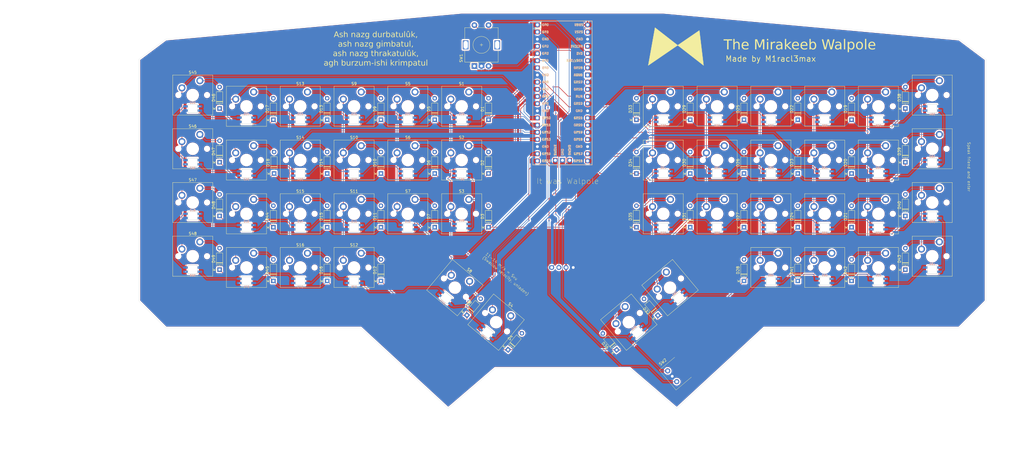
<source format=kicad_pcb>
(kicad_pcb (version 20241229) (generator "pcbnew") (generator_version "9.0")
  (layers (0 "F.Cu" signal) (2 "B.Cu" signal) (13 "F.Paste" user) (15 "B.Paste" user) (5 "F.SilkS" user "F.Silkscreen") (7 "B.SilkS" user "B.Silkscreen") (1 "F.Mask" user) (3 "B.Mask" user) (25 "Edge.Cuts" user))
  (net 0 "")
  (net 1 "R0")
  (net 2 "Net-(D1-A)")
  (net 3 "R1")
  (net 4 "Net-(D2-A)")
  (net 5 "R2")
  (net 6 "Net-(D3-A)")
  (net 7 "R3")
  (net 8 "Net-(D4-A)")
  (net 9 "Net-(D5-A)")
  (net 10 "Net-(D6-A)")
  (net 11 "Net-(D7-A)")
  (net 12 "Net-(D8-A)")
  (net 13 "Net-(D9-A)")
  (net 14 "Net-(D10-A)")
  (net 15 "Net-(D11-A)")
  (net 16 "Net-(D12-A)")
  (net 17 "Net-(D13-A)")
  (net 18 "Net-(D14-A)")
  (net 19 "Net-(D15-A)")
  (net 20 "Net-(D16-A)")
  (net 21 "Net-(D17-A)")
  (net 22 "Net-(D18-A)")
  (net 23 "Net-(D19-A)")
  (net 24 "Net-(D20-A)")
  (net 25 "Net-(D21-A)")
  (net 26 "Net-(D22-A)")
  (net 27 "Net-(D23-A)")
  (net 28 "Net-(D24-A)")
  (net 29 "Net-(D25-A)")
  (net 30 "Net-(D26-A)")
  (net 31 "Net-(D27-A)")
  (net 32 "Net-(D28-A)")
  (net 33 "Net-(D29-A)")
  (net 34 "Net-(D30-A)")
  (net 35 "Net-(D31-A)")
  (net 36 "Net-(D32-A)")
  (net 37 "Net-(D33-A)")
  (net 38 "Net-(D34-A)")
  (net 39 "Net-(D35-A)")
  (net 40 "Net-(D36-A)")
  (net 41 "Net-(D38-A)")
  (net 42 "Net-(D39-A)")
  (net 43 "Net-(D40-A)")
  (net 44 "Net-(D41-A)")
  (net 45 "Net-(D42-A)")
  (net 46 "Net-(D43-A)")
  (net 47 "Net-(D44-A)")
  (net 48 "Net-(D45-A)")
  (net 49 "Net-(D46-A)")
  (net 50 "Net-(D47-A)")
  (net 51 "Net-(D48-A)")
  (net 52 "Net-(D49-A)")
  (net 53 "ledhalf0")
  (net 54 "+5V")
  (net 55 "Net-(D50-DOUT)")
  (net 56 "Net-(D51-DOUT)")
  (net 57 "Net-(D52-DOUT)")
  (net 58 "Net-(D53-DOUT)")
  (net 59 "Net-(D54-DOUT)")
  (net 60 "Net-(D55-DOUT)")
  (net 61 "Net-(D56-DOUT)")
  (net 62 "Net-(D56-DIN)")
  (net 63 "Net-(D57-DOUT)")
  (net 64 "Net-(D57-DIN)")
  (net 65 "Net-(D58-DOUT)")
  (net 67 "Net-(D59-DIN)")
  (net 68 "GND")
  (net 69 "Net-(D60-DOUT)")
  (net 70 "Net-(D61-DIN)")
  (net 71 "Net-(D62-DOUT)")
  (net 72 "Net-(D63-DOUT)")
  (net 73 "Net-(D64-DOUT)")
  (net 74 "Net-(D65-DOUT)")
  (net 75 "Net-(D66-DOUT)")
  (net 76 "Net-(D67-DOUT)")
  (net 77 "Net-(D68-DOUT)")
  (net 78 "Net-(D69-DOUT)")
  (net 79 "Net-(D69-DIN)")
  (net 80 "Net-(D70-DOUT)")
  (net 81 "Net-(D71-DOUT)")
  (net 82 "Net-(D72-DOUT)")
  (net 83 "Net-(D73-DOUT)")
  (net 84 "Net-(D74-DOUT)")
  (net 85 "Net-(D75-DOUT)")
  (net 86 "Net-(D76-DOUT)")
  (net 87 "Net-(D77-DOUT)")
  (net 88 "Net-(D80-DOUT)")
  (net 89 "Net-(D81-DIN)")
  (net 90 "Net-(D82-DOUT)")
  (net 91 "Net-(D83-DIN)")
  (net 92 "Net-(D84-DOUT)")
  (net 93 "Net-(D85-DIN)")
  (net 94 "Net-(D86-DOUT)")
  (net 95 "Net-(D87-DIN)")
  (net 96 "Net-(D88-DOUT)")
  (net 97 "Net-(D89-DIN)")
  (net 98 "Net-(D90-DOUT)")
  (net 99 "Net-(D91-DIN)")
  (net 100 "Net-(D92-DOUT)")
  (net 101 "Net-(D93-DIN)")
  (net 102 "Net-(D94-DOUT)")
  (net 103 "Net-(D96-DOUT)")
  (net 104 "sda")
  (net 105 "scl")
  (net 106 "C5")
  (net 107 "C4")
  (net 108 "C3")
  (net 109 "C2")
  (net 110 "C1")
  (net 111 "c10")
  (net 112 "C9")
  (net 113 "C8")
  (net 114 "C7")
  (net 115 "C6")
  (net 116 "c11")
  (net 117 "C0")
  (net 118 "+3.3V")
  (net 119 "Net-(U1-GPIO2)")
  (net 120 "Net-(U1-GPIO28_ADC2)")
  (net 121 "Net-(U1-GPIO3)")
  (net 122 "Net-(U1-GPIO0)")
  (net 123 "Net-(U1-GPIO1)")
  (footprint "scotto_components:Diode_DO-35" (layer "F.Cu") (at 66.615 63.2025 90)
    (property "Reference" "D17")
    (property "Value" "Diode")
  )
  (footprint "scotto_components:Diode_DO-35" (layer "F.Cu") (at 214.2525 101.3025 90)
    (property "Reference" "D31")
    (property "Value" "Diode")
  )
  (footprint "scotto_components:LED_SK6812MINI" (layer "F.Cu") (at 223.7775 82.2525 180)
    (property "Reference" "D61")
    (property "Value" "LED_SK6812MINI" (hide yes))
    (fp_line (start 1.7 1.500003) (end 1.7 -1.5) (stroke (width 0.12)) (layer "Edge.Cuts"))
    (fp_line (start 1.7 -1.5) (end -1.7 -1.500003) (stroke (width 0.12)) (layer "Edge.Cuts"))
    (fp_line (start -1.7 1.5) (end 1.7 1.500003) (stroke (width 0.12)) (layer "Edge.Cuts"))
    (fp_line (start -1.7 -1.500003) (end -1.7 1.5) (stroke (width 0.12)) (layer "Edge.Cuts"))
  )
  (footprint "scotto_components:Diode_DO-35" (layer "F.Cu") (at 271.4025 101.3025 90)
    (property "Reference" "D21")
    (property "Value" "Diode")
  )
  (footprint "scotto_components:Diode_DO-35" (layer "F.Cu") (at 123.765 63.2025 90)
    (property "Reference" "D5")
    (property "Value" "Diode")
  )
  (footprint "mx_keebs:MX_PCB_1.00u" (layer "F.Cu") (at 299.9775 111.59)
    (property "Reference" "S42" (hide yes))
    (property "Value" "Keyswitch" (hide yes))
  )
  (footprint "scotto_components:LED_SK6812MINI" (layer "F.Cu") (at 95.19 120.3525)
    (property "Reference" "D75")
    (property "Value" "LED_SK6812MINI" (hide yes))
    (fp_line (start -1.7 -1.500004) (end -1.7 1.5) (stroke (width 0.12)) (layer "Edge.Cuts"))
    (fp_line (start -1.7 1.5) (end 1.7 1.500004) (stroke (width 0.12)) (layer "Edge.Cuts"))
    (fp_line (start 1.7 -1.5) (end -1.7 -1.500004) (stroke (width 0.12)) (layer "Edge.Cuts"))
    (fp_line (start 1.7 1.500004) (end 1.7 -1.5) (stroke (width 0.12)) (layer "Edge.Cuts"))
  )
  (footprint "scotto_components:Diode_DO-35" (layer "F.Cu") (at 233.3025 82.2525 90)
    (property "Reference" "D26")
    (property "Value" "Diode")
  )
  (footprint "mx_keebs:MX_PCB_1.00u" (layer "F.Cu") (at 280.9275 77.49)
    (property "Reference" "S20" (hide yes))
    (property "Value" "Keyswitch" (hide yes))
  )
  (footprint "scotto_components:Diode_DO-35" (layer "F.Cu") (at 66.615 120.3525 90)
    (property "Reference" "D45")
    (property "Value" "Diode")
  )
  (footprint "mx_keebs:MX_PCB_1.00u" (layer "F.Cu") (at 242.8275 77.49)
    (property "Reference" "S26" (hide yes))
    (property "Value" "Keyswitch" (hide yes))
  )
  (footprint "scotto_components:LED_SK6812MINI" (layer "F.Cu") (at 127.847473 126.382037 -40)
    (property "Reference" "D77")
    (property "Value" "LED_SK6812MINI" (hide yes))
    (fp_line (start -1.699999 1.500001) (end 1.699999 1.500004) (stroke (width 0.12)) (layer "Edge.Cuts"))
    (fp_line (start -1.699999 -1.500004) (end -1.699999 1.500001) (stroke (width 0.12)) (layer "Edge.Cuts"))
    (fp_line (start 1.699999 1.500004) (end 1.699999 -1.500001) (stroke (width 0.12)) (layer "Edge.Cuts"))
    (fp_line (start 1.699999 -1.500001) (end -1.699999 -1.500004) (stroke (width 0.12)) (layer "Edge.Cuts"))
  )
  (footprint "mx_keebs:MX_PCB_1.00u" (layer "F.Cu") (at 76.14 115.59)
    (property "Reference" "S16")
    (property "Value" "Keyswitch")
  )
  (footprint "scotto_components:LED_SK6812MINI" (layer "F.Cu") (at 95.19 63.2025 180)
    (property "Reference" "D52")
    (property "Value" "LED_SK6812MINI" (hide yes))
    (fp_line (start 1.7 1.500003) (end 1.7 -1.5) (stroke (width 0.12)) (layer "Edge.Cuts"))
    (fp_line (start 1.7 -1.5) (end -1.7 -1.500003) (stroke (width 0.12)) (layer "Edge.Cuts"))
    (fp_line (start -1.7 1.5) (end 1.7 1.500003) (stroke (width 0.12)) (layer "Edge.Cuts"))
    (fp_line (start -1.7 -1.500003) (end -1.7 1.5) (stroke (width 0.12)) (layer "Edge.Cuts"))
  )
  (footprint "scotto_components:Diode_DO-35" (layer "F.Cu") (at 104.715 101.3025 90)
    (property "Reference" "D11")
    (property "Value" "Diode")
  )
  (footprint "scotto_components:Diode_DO-35" (layer "F.Cu") (at 290.4525 78.2525 90)
    (property "Reference" "D39")
    (property "Value" "Diode")
  )
  (footprint "mx_keebs:MX_PCB_1.00u" (layer "F.Cu") (at 242.8275 58.44)
    (property "Reference" "S25" (hide yes))
    (property "Value" "Keyswitch" (hide yes))
  )
  (footprint "scotto_components:Diode_DO-35" (layer "F.Cu") (at 66.615 101.3025 90)
    (property "Reference" "D44")
    (property "Value" "Diode")
  )
  (footprint "scotto_components:Diode_DO-35" (layer "F.Cu") (at 142.815 101.3025 90)
    (property "Reference" "D3")
    (property "Value" "Diode")
  )
  (footprint "scotto_components:LED_SK6812MINI" (layer "F.Cu") (at 299.9775 78.2525 180)
    (property "Reference" "D95")
    (property "Value" "LED_SK6812MINI" (hide yes))
    (fp_line (start 1.7 1.500003) (end 1.7 -1.5) (stroke (width 0.12)) (layer "Edge.Cuts"))
    (fp_line (start 1.7 -1.5) (end -1.7 -1.500003) (stroke (width 0.12)) (layer "Edge.Cuts"))
    (fp_line (start -1.7 1.5) (end 1.7 1.500003) (stroke (width 0.12)) (layer "Edge.Cuts"))
    (fp_line (start -1.7 -1.500003) (end -1.7 1.5) (stroke (width 0.12)) (layer "Edge.Cuts"))
  )
  (footprint "mx_keebs:MX_PCB_1.00u" (layer "F.Cu") (at 223.7775 58.44)
    (property "Reference" "S29" (hide yes))
    (property "Value" "Keyswitch" (hide yes))
  )
  (footprint "scotto_components:Diode_DO-35" (layer "F.Cu") (at 142.815 82.2525 90)
    (property "Reference" "D2")
    (property "Value" "Diode")
  )
  (footprint "scotto_components:LED_SK6812MINI" (layer "F.Cu") (at 280.9275 120.3525 180)
    (property "Reference" "D93")
    (property "Value" "LED_SK6812MINI" (hide yes))
    (fp_line (start 1.7 1.500003) (end 1.7 -1.5) (stroke (width 0.12)) (layer "Edge.Cuts"))
    (fp_line (start 1.7 -1.5) (end -1.7 -1.500003) (stroke (width 0.12)) (layer "Edge.Cuts"))
    (fp_line (start -1.7 1.5) (end 1.7 1.500003) (stroke (width 0.12)) (layer "Edge.Cuts"))
    (fp_line (start -1.7 -1.500003) (end -1.7 1.5) (stroke (width 0.12)) (layer "Edge.Cuts"))
  )
  (footprint "mx_keebs:MX_PCB_1.00u" (layer "F.Cu") (at 299.9775 54.44)
    (property "Reference" "S37" (hide yes))
    (property "Value" "Keyswitch" (hide yes))
  )
  (footprint "mx_keebs:MX_PCB_1.00u" (layer "F.Cu") (at 261.8775 115.59)
    (property "Reference" "S40" (hide yes))
    (property "Value" "Keyswitch" (hide yes))
  )
  (footprint "scotto_components:LED_SK6812MINI" (layer "F.Cu") (at 76.14 120.3525)
    (property "Reference" "D73")
    (property "Value" "LED_SK6812MINI" (hide yes))
    (fp_line (start -1.7 -1.500004) (end -1.7 1.5) (stroke (width 0.12)) (layer "Edge.Cuts"))
    (fp_line (start -1.7 1.5) (end 1.7 1.500004) (stroke (width 0.12)) (layer "Edge.Cuts"))
    (fp_line (start 1.7 -1.5) (end -1.7 -1.500004) (stroke (width 0.12)) (layer "Edge.Cuts"))
    (fp_line (start 1.7 1.500004) (end 1.7 -1.5) (stroke (width 0.12)) (layer "Edge.Cuts"))
  )
  (footprint "scotto_components:LED_SK6812MINI" (layer "F.Cu") (at 299.9775 116.3525 180)
    (property "Reference" "D97")
    (property "Value" "LED_SK6812MINI" (hide yes))
    (fp_line (start 1.7 1.500003) (end 1.7 -1.5) (stroke (width 0.12)) (layer "Edge.Cuts"))
    (fp_line (start 1.7 -1.5) (end -1.7 -1.500003) (stroke (width 0.12)) (layer "Edge.Cuts"))
    (fp_line (start -1.7 1.5) (end 1.7 1.500003) (stroke (width 0.12)) (layer "Edge.Cuts"))
    (fp_line (start -1.7 -1.500003) (end -1.7 1.5) (stroke (width 0.12)) (layer "Edge.Cuts"))
  )
  (footprint "scotto_components:LED_SK6812MINI" (layer "F.Cu") (at 38.04 116.3525)
    (property "Reference" "D69")
    (property "Value" "LED_SK6812MINI" (hide yes))
    (fp_line (start -1.7 -1.500004) (end -1.7 1.5) (stroke (width 0.12)) (layer "Edge.Cuts"))
    (fp_line (start -1.7 1.5) (end 1.7 1.500004) (stroke (width 0.12)) (layer "Edge.Cuts"))
    (fp_line (start 1.7 -1.5) (end -1.7 -1.500004) (stroke (width 0.12)) (layer "Edge.Cuts"))
    (fp_line (start 1.7 1.500004) (end 1.7 -1.5) (stroke (width 0.12)) (layer "Edge.Cuts"))
  )
  (footprint "scotto_components:LED_SK6812MINI" (layer "F.Cu") (at 95.19 82.2525)
    (property "Reference" "D65")
    (property "Value" "LED_SK6812MINI" (hide yes))
    (fp_line (start -1.7 -1.500004) (end -1.7 1.5) (stroke (width 0.12)) (layer "Edge.Cuts"))
    (fp_line (start -1.7 1.5) (end 1.7 1.500004) (stroke (width 0.12)) (layer "Edge.Cuts"))
    (fp_line (start 1.7 -1.5) (end -1.7 -1.500004) (stroke (width 0.12)) (layer "Edge.Cuts"))
    (fp_line (start 1.7 1.500004) (end 1.7 -1.5) (stroke (width 0.12)) (layer "Edge.Cuts"))
  )
  (footprint "scotto_components:Diode_DO-35" (layer "F.Cu") (at 47.565 97.3025 90)
    (property "Reference" "D48")
    (property "Value" "Diode")
  )
  (footprint "Rotary_Encoder:RotaryEncoder_Alps_EC11E-Switch_Vertical_H20mm" (layer "F.Cu") (at 137.815 44.1525 90)
    (property "Reference" "SW1")
    (property "Value" "RotaryEncoder_Switch")
  )
  (footprint "mx_keebs:MX_PCB_1.00u" (layer "F.Cu") (at 133.29 58.44)
    (property "Reference" "S1")
    (property "Value" "Keyswitch")
  )
  (footprint "scotto_components:Diode_DO-35" (layer "F.Cu") (at 233.3025 63.2025 90)
    (property "Reference" "D25")
    (property "Value" "Diode")
  )
  (footprint "scotto_components:Diode_DO-35" (layer "F.Cu") (at 47.565 59.2025 90)
    (property "Reference" "D46")
    (property "Value" "Diode")
  )
  (footprint "mx_keebs:MX_PCB_1.00u" (layer "F.Cu") (at 38.04 73.49)
    (property "Reference" "S46")
    (property "Value" "Keyswitch")
  )
  (footprint "scotto_components:Diode_DO-35" (layer "F.Cu") (at 104.715 120.3525 90)
    (property "Reference" "D12")
    (property "Value" "Diode")
  )
  (footprint "scotto_components:LED_SK6812MINI" (layer "F.Cu") (at 204.7275 82.2525 180)
    (property "Reference" "D57")
    (property "Value" "LED_SK6812MINI" (hide yes))
    (fp_line (start 1.7 1.500003) (end 1.7 -1.5) (stroke (width 0.12)) (layer "Edge.Cuts"))
    (fp_line (start 1.7 -1.5) (end -1.7 -1.500003) (stroke (width 0.12)) (layer "Edge.Cuts"))
    (fp_line (start -1.7 1.5) (end 1.7 1.500003) (stroke (width 0.12)) (layer "Edge.Cuts"))
    (fp_line (start -1.7 -1.500003) (end -1.7 1.5) (stroke (width 0.12)) (layer "Edge.Cuts"))
  )
  (footprint "scotto_components:Diode_DO-35" (layer "F.Cu") (at 104.715 63.2025 90)
    (property "Reference" "D9")
    (property "Value" "Diode")
  )
  (footprint "mx_keebs:MX_PCB_1.00u" (layer "F.Cu") (at 192.515603 134.978854 40)
    (property "Reference" "S36" (hide yes))
    (property "Value" "Keyswitch")
  )
  (footprint "mx_keebs:MX_PCB_1.00u" (layer "F.Cu") (at 145.501895 134.978855 -40)
    (property "Reference" "S4")
    (property "Value" "Keyswitch")
  )
  (footprint "scotto_components:LED_SK6812MINI" (layer "F.Cu") (at 133.29 82.2525)
    (property "Reference" "D67")
    (property "Value" "LED_SK6812MINI" (hide yes))
    (fp_line (start -1.7 -1.500004) (end -1.7 1.5) (stroke (width 0.12)) (layer "Edge.Cuts"))
    (fp_line (start -1.7 1.5) (end 1.7 1.500004) (stroke (width 0.12)) (layer "Edge.Cuts"))
    (fp_line (start 1.7 -1.5) (end -1.7 -1.500004) (stroke (width 0.12)) (layer "Edge.Cuts"))
    (fp_line (start 1.7 1.500004) (end 1.7 -1.5) (stroke (width 0.12)) (layer "Edge.Cuts"))
  )
  (footprint "scotto_components:LED_SK6812MINI" (layer "F.Cu") (at 261.8775 120.3525 180)
    (property "Reference" "D89")
    (property "Value" "LED_SK6812MINI" (hide yes))
    (fp_line (start 1.7 1.500003) (end 1.7 -1.5) (stroke (width 0.12)) (layer "Edge.Cuts"))
    (fp_line (start 1.7 -1.5) (end -1.7 -1.500003) (stroke (width 0.12)) (layer "Edge.Cuts"))
    (fp_line (start -1.7 1.5) (end 1.7 1.500003) (stroke (width 0.12)) (layer "Edge.Cuts"))
    (fp_line (start -1.7 -1.500003) (end -1.7 1.5) (stroke (width 0.12)) (layer "Edge.Cuts"))
  )
  (footprint "scotto_components:LED_SK6812MINI" (layer "F.Cu") (at 261.8775 82.2525 180)
    (property "Reference" "D87")
    (property "Value" "LED_SK6812MINI" (hide yes))
    (fp_line (start 1.7 1.500003) (end 1.7 -1.5) (stroke (width 0.12)) (layer "Edge.Cuts"))
    (fp_line (start 1.7 -1.5) (end -1.7 -1.500003) (stroke (width 0.12)) (layer "Edge.Cuts"))
    (fp_line (start -1.7 1.5) (end 1.7 1.500003) (stroke (width 0.12)) (layer "Edge.Cuts"))
    (fp_line (start -1.7 -1.500003) (end -1.7 1.5) (stroke (width 0.12)) (layer "Edge.Cuts"))
  )
  (footprint "scotto_components:Diode_DO-35" (layer "F.Cu") (at 252.3525 63.2025 90)
    (property "Reference" "D22")
    (property "Value" "Diode")
  )
  (footprint "scotto_components:LED_SK6812MINI" (layer "F.Cu") (at 38.04 78.2525)
    (property "Reference" "D62")
    (property "Value" "LED_SK6812MINI" (hide yes))
    (fp_line (start -1.7 -1.500004) (end -1.7 1.5) (stroke (width 0.12)) (layer "Edge.Cuts"))
    (fp_line (start -1.7 1.5) (end 1.7 1.500004) (stroke (width 0.12)) (layer "Edge.Cuts"))
    (fp_line (start 1.7 -1.5) (end -1.7 -1.500004) (stroke (width 0.12)) (layer "Edge.Cuts"))
    (fp_line (start 1.7 1.500004) (end 1.7 -1.5) (stroke (width 0.12)) (layer "Edge.Cuts"))
  )
  (footprint "scotto_components:LED_SK6812MINI" (layer "F.Cu") (at 223.7775 63.2025)
    (property "Reference" "D60")
    (property "Value" "LED_SK6812MINI" (hide yes))
    (fp_line (start -1.7 -1.500004) (end -1.7 1.5) (stroke (width 0.12)) (layer "Edge.Cuts"))
    (fp_line (start -1.7 1.5) (end 1.7 1.500004) (stroke (width 0.12)) (layer "Edge.Cuts"))
    (fp_line (start 1.7 -1.5) (end -1.7 -1.500004) (stroke (width 0.12)) (layer "Edge.Cuts"))
    (fp_line (start 1.7 1.500004) (end 1.7 -1.5) (stroke (width 0.12)) (layer "Edge.Cuts"))
  )
  (footprint "scotto_components:LED_SK6812MINI" (layer "F.Cu") (at 261.8775 63.2025)
    (property "Reference" "D86")
    (property "Value" "LED_SK6812MINI" (hide yes))
    (fp_line (start -1.7 -1.500004) (end -1.7 1.5) (stroke (width 0.12)) (layer "Edge.Cuts"))
    (fp_line (start -1.7 1.5) (end 1.7 1.500004) (stroke (width 0.12)) (layer "Edge.Cuts"))
    (fp_line (start 1.7 -1.5) (end -1.7 -1.500004) (stroke (width 0.12)) (layer "Edge.Cuts"))
    (fp_line (start 1.7 1.500004) (end 1.7 -1.5) (stroke (width 0.12)) (layer "Edge.Cuts"))
  )
  (footprint "mx_keebs:MX_PCB_1.00u" (layer "F.Cu") (at 242.8275 115.59)
    (property "Reference" "S28" (hide yes))
    (property "Value" "Keyswitch" (hide yes))
  )
  (footprint "mx_keebs:MX_PCB_1.00u" (layer "F.Cu") (at 204.7275 96.54)
    (property "Reference" "S35" (hide yes))
    (property "Value" "Keyswitch" (hide yes))
  )
  (footprint "scotto_components:Diode_DO-35" (layer "F.Cu") (at 233.3025 101.3025 90)
    (property "Reference" "D27")
    (property "Value" "Diode")
  )
  (footprint "scotto_components:Diode_DO-35" (layer "F.Cu") (at 104.715 82.2525 90)
    (property "Reference" "D10")
    (property "Value" "Diode")
  )
  (footprint "scotto_components:LED_SK6812MINI" (layer "F.Cu") (at 133.29 100.914208 180)
    (property "Reference" "D68")
    (property "Value" "LED_SK6812MINI" (hide yes))
    (fp_line (start 1.7 1.500004) (end 1.7 -1.500003) (stroke (width 0.12)) (layer "Edge.Cuts"))
    (fp_line (start 1.7 -1.500003) (end -1.7 -1.500004) (stroke (width 0.12)) (layer "Edge.Cuts"))
    (fp_line (start -1.7 1.500003) (end 1.7 1.500004) (stroke (width 0.12)) (layer "Edge.Cuts"))
    (fp_line (start -1.7 -1.500004) (end -1.7 1.500003) (stroke (width 0.12)) (layer "Edge.Cuts"))
  )
  (footprint "scotto_components:LED_SK6812MINI" (layer "F.Cu") (at 242.8275 101.3025)
    (property "Reference" "D84")
    (property "Value" "LED_SK6812MINI" (hide yes))
    (fp_line (start -1.7 -1.500004) (end -1.7 1.5) (stroke (width 0.12)) (layer "Edge.Cuts"))
    (fp_line (start -1.7 1.5) (end 1.7 1.500004) (stroke (width 0.12)) (layer "Edge.Cuts"))
    (fp_line (start 1.7 -1.5) (end -1.7 -1.500004) (stroke (width 0.12)) (layer "Edge.Cuts"))
    (fp_line (start 1.7 1.500004) (end 1.7 -1.5) (stroke (width 0.12)) (layer "Edge.Cuts"))
  )
  (footprint "mx_keebs:MX_PCB_1.00u" (layer "F.Cu") (at 76.14 96.54)
    (property "Reference" "S15")
    (property "Value" "Keyswitch")
  )
  (footprint "ScottoKeebs_MCU:Raspberry_Pi_Pico" (layer "F.Cu") (at 169.00875 53.6775)
    (property "Reference" "U1" (hide yes))
    (property "Value" "Raspberry_Pi_Pico" (hide yes))
  )
  (footprint "scotto_components:LED_SK6812MINI" (layer "F.Cu") (at 114.24 82.2525)
    (property "Reference" "D66")
    (property "Value" "LED_SK6812MINI" (hide yes))
    (fp_line (start -1.7 -1.500004) (end -1.7 1.5) (stroke (width 0.12)) (layer "Edge.Cuts"))
    (fp_line (start -1.7 1.5) (end 1.7 1.500004) (stroke (width 0.12)) (layer "Edge.Cuts"))
    (fp_line (start 1.7 -1.5) (end -1.7 -1.500004) (stroke (width 0.12)) (layer "Edge.Cuts"))
    (fp_line (start 1.7 1.500004) (end 1.7 -1.5) (stroke (width 0.12)) (layer "Edge.Cuts"))
  )
  (footprint "scotto_components:LED_SK6812MINI" (layer "F.Cu") (at 242.8275 120.3525 180)
    (property "Reference" "D85")
    (property "Value" "LED_SK6812MINI" (hide yes))
    (fp_line (start 1.7 1.500003) (end 1.7 -1.5) (stroke (width 0.12)) (layer "Edge.Cuts"))
    (fp_line (start 1.7 -1.5) (end -1.7 -1.500003) (stroke (width 0.12)) (layer "Edge.Cuts"))
    (fp_line (start -1.7 1.5) (end 1.7 1.500003) (stroke (width 0.12)) (layer "Edge.Cuts"))
    (fp_line (start -1.7 -1.500003) (end -1.7 1.5) (stroke (width 0.12)) (layer "Edge.Cuts"))
  )
  (footprint "mx_keebs:MX_PCB_1.00u" (layer "F.Cu") (at 261.8775 58.44)
    (property "Reference" "S22" (hide yes))
    (property "Value" "Keyswitch" (hide yes))
  )
  (footprint "mx_keebs:MX_PCB_1.00u" (layer "F.Cu") (at 95.19 115.59)
    (property "Reference" "S12")
    (property "Value" "Keyswitch")
  )
  (footprint "mx_keebs:MX_PCB_1.00u" (layer "F.Cu") (at 223.7775 96.54)
    (property "Reference" "S31" (hide yes))
    (property "Value" "Keyswitch" (hide yes))
  )
  (footprint "scotto_components:LED_SK6812MINI" (layer "F.Cu") (at 210.170026 126.382038 -140)
    (property "Reference" "D81")
    (property "Value" "LED_SK6812MINI" (hide yes))
    (fp_line (start 1.699999 1.500004) (end 1.7 -1.5) (stroke (width 0.12)) (layer "Edge.Cuts"))
    (fp_line (start 1.7 -1.5) (end -1.699999 -1.500004) (stroke (width 0.12)) (layer "Edge.Cuts"))
    (fp_line (start -1.7 1.5) (end 1.699999 1.500004) (stroke (width 0.12)) (layer "Edge.Cuts"))
    (fp_line (start -1.699999 -1.500004) (end -1.7 1.5) (stroke (width 0.12)) (layer "Edge.Cuts"))
  )
  (footprint "scotto_components:Diode_DO-35" (layer "F.Cu") (at 142.815 63.2025 90)
    (property "Reference" "D1")
    (property "Value" "Diode")
  )
  (footprint "mx_keebs:MX_PCB_1.00u" (layer "F.Cu") (at 299.9775 73.49)
    (property "Reference" "S38" (hide yes))
    (property "Value" "Keyswitch" (hide yes))
  )
  (footprint "scotto_components:LED_SK6812MINI" (layer "F.Cu") (at 38.04 97.3025 180)
    (property "Reference" "D78")
    (property "Value" "LED_SK6812MINI" (hide yes))
    (fp_line (start 1.7 1.500003) (end 1.7 -1.5) (stroke (width 0.12)) (layer "Edge.Cuts"))
    (fp_line (start 1.7 -1.5) (end -1.7 -1.500003) (stroke (width 0.12)) (layer "Edge.Cuts"))
    (fp_line (start -1.7 1.5) (end 1.7 1.500003) (stroke (width 0.12)) (layer "Edge.Cuts"))
    (fp_line (start -1.7 -1.500003) (end -1.7 1.5) (stroke (width 0.12)) (layer "Edge.Cuts"))
  )
  (footprint "scotto_components:Diode_DO-35" (layer "F.Cu") (at 202.793728 132.571485 130)
    (property "Reference" "D32")
    (property "Value" "Diode")
  )
  (footprint "scotto_components:LED_SK6812MINI" (layer "F.Cu") (at 38.04 59.2025 180)
    (property "Reference" "D55")
    (property "Value" "LED_SK6812MINI" (hide yes))
    (fp_line (start 1.7 1.500004) (end 1.7 -1.5) (stroke (width 0.12)) (layer "Edge.Cuts"))
    (fp_line (start 1.7 -1.5) (end -1.7 -1.500004) (stroke (width 0.12)) (layer "Edge.Cuts"))
    (fp_line (start -1.7 1.5) (end 1.7 1.500004) (stroke (width 0.12)) (layer "Edge.Cuts"))
    (fp_line (start -1.7 -1.500004) (end -1.7 1.5) (stroke (width 0.12)) (layer "Edge.Cuts"))
  )
  (footprint "mx_keebs:MX_PCB_1.00u" (layer "F.Cu") (at 242.8275 96.54)
    (property "Reference" "S27" (hide yes))
    (property "Value" "Keyswitch" (hide yes))
  )
  (footprint "mx_keebs:MX_PCB_1.00u" (layer "F.Cu") (at 261.8775 77.49)
    (property "Reference" "S23" (hide yes))
    (property "Value" "Keyswitch" (hide yes))
  )
  (footprint "scotto_components:Diode_DO-35" (layer "F.Cu") (at 149.737194 144.749693 50)
    (property "Reference" "D4")
    (property "Value" "Diode")
  )
  (footprint "scotto_components:Diode_DO-35" (layer "F.Cu") (at 271.4025 120.3525 90)
    (property "Reference" "D42")
    (property "Value" "Diode")
  )
  (footprint "scotto_components:Diode_DO-35" (layer "F.Cu") (at 123.765 101.3025 90)
    (property "Reference" "D7")
    (property "Value" "Diode")
  )
  (footprint "mx_keebs:MX_PCB_1.00u" (layer "F.Cu") (at 133.29 96.54)
    (property "Reference" "S3")
    (property "Value" "Keyswitch")
  )
  (footprint "scotto_components:Diode_DO-35" (layer "F.Cu") (at 85.665 63.2025 90)
    (property "Reference" "D13")
    (property "Value" "Diode")
  )
  (footprint "scotto_components:LED_SK6812MINI" (layer "F.Cu") (at 57.09 82.2525)
    (property "Reference" "D63")
    (property "Value" "LED_SK6812MINI" (hide yes))
    (fp_line (start -1.7 -1.500004) (end -1.699999 1.500002) (stroke (width 0.12)) (layer "Edge.Cuts"))
    (fp_line (start -1.699999 1.500002) (end 1.7 1.500004) (stroke (width 0.12)) (layer "Edge.Cuts"))
    (fp_line (start 1.699999 -1.500002) (end -1.7 -1.500004) (stroke (width 0.12)) (layer "Edge.Cuts"))
    (fp_line (start 1.7 1.500004) (end 1.699999 -1.500002) (stroke (width 0.12)) (layer "Edge.Cuts"))
  )
  (footprint "scotto_components:Diode_DO-35" (layer "F.Cu") (at 252.3525 120.3525 90)
    (property "Reference" "D41")
    (property "Value" "Diode")
  )
  (footprint "mx_keebs:MX_PCB_1.00u" (layer "F.Cu") (at 204.7275 58.44)
    (property "Reference" "S33" (hide yes))
    (property "Value" "Keyswitch" (hide yes))
  )
  (footprint "scotto_components:Diode_DO-35" (layer "F.Cu") (at 195.2025 101.3025 90)
    (property "Reference" "D35")
    (property "Value" "Diode")
  )
  (footprint "scotto_components:Diode_DO-35" (layer "F.Cu") (at 214.2525 82.2525 90)
    (property "Reference" "D30")
    (property "Value" "Diode")
  )
  (footprint "scotto_components:LED_SK6812MINI" (layer "F.Cu") (at 57.09 63.2025 180)
    (property "Reference" "D54")
    (property "Value" "LED_SK6812MINI" (hide yes))
    (fp_line (start 1.7 1.500003) (end 1.699999 -1.500001) (stroke (width 0.12)) (layer "Edge.Cuts"))
    (fp_line (start 1.699999 -1.500001) (end -1.7 -1.500003) (stroke (width 0.12)) (layer "Edge.Cuts"))
    (fp_line (start -1.699999 1.500001) (end 1.7 1.500003) (stroke (width 0.12)) (layer "Edge.Cuts"))
    (fp_line (start -1.7 -1.500003) (end -1.699999 1.500001) (stroke (width 0.12)) (layer "Edge.Cuts"))
  )
  (footprint "scotto_components:Diode_DO-35" (layer "F.Cu") (at 195.2025 63.2025 90)
    (property "Reference" "D33")
    (property "Value" "Diode")
  )
  (footprint "mx_keebs:MX_PCB_1.00u" (layer "F.Cu") (at 130.90875 122.73375 -40)
    (property "Reference" "S8")
    (property "Value" "Keyswitch")
  )
  (footprint "scotto_components:LED_SK6812MINI" (layer "F.Cu") (at 280.9275 63.2025)
    (property "Reference" "D90")
    (property "Value" "LED_SK6812MINI" (hide yes))
    (fp_line (start -1.7 -1.500004) (end -1.7 1.5) (stroke (width 0.12)) (layer "Edge.Cuts"))
    (fp_line (start -1.7 1.5) (end 1.7 1.500004) (stroke (width 0.12)) (layer "Edge.Cuts"))
    (fp_line (start 1.7 -1.5) (end -1.7 -1.500004) (stroke (width 0.12)) (layer "Edge.Cuts"))
    (fp_line (start 1.7 1.500004) (end 1.7 -1.5) (stroke (width 0.12)) (layer "Edge.Cuts"))
  )
  (footprint "scotto_components:Diode_DO-35" (layer "F.Cu") (at 85.665 101.3025 90)
    (property "Reference" "D15")
    (property "Value" "Diode")
  )
  (footprint "scotto_components:Diode_DO-35" (layer "F.Cu") (at 271.4025 63.2025 90)
    (property "Reference" "D19")
    (property "Value" "Diode")
  )
  (footprint "scotto_components:Diode_DO-35" (layer "F.Cu") (at 66.865 82.2525 90)
    (property "Reference" "D18")
    (property "Value" "Diode")
  )
  (footprint "scotto_components:LED_SK6812MINI" (layer "F.Cu") (at 261.8775 101.3025)
    (property "Reference" "D88")
    (property "Value" "LED_SK6812MINI" (hide yes))
    (fp_line (start -1.7 -1.500004) (end -1.7 1.5) (stroke (width 0.12)) (layer "Edge.Cuts"))
    (fp_line (start -1.7 1.5) (end 1.7 1.500004) (stroke (width 0.12)) (layer "Edge.Cuts"))
    (fp_line (start 1.7 -1.5) (end -1.7 -1.500004) (stroke (width 0.12)) (layer "Edge.Cuts"))
    (fp_line (start 1.7 1.500004) (end 1.7 -1.5) (stroke (width 0.12)) (layer "Edge.Cuts"))
  )
  (footprint "mx_keebs:MX_PCB_1.00u" (layer "F.Cu") (at 57.09 58.44)
    (property "Reference" "S17" (hide yes))
    (property "Value" "Keyswitch" (hide yes))
  )
  (footprint "scotto_components:LED_SK6812MINI" (layer "F.Cu") (at 204.7275 101.3025)
    (property "Reference" "D58")
    (property "Value" "LED_SK6812MINI" (hide yes))
    (fp_line (start -1.7 -1.500004) (end -1.7 1.5) (stroke (width 0.12)) (layer "Edge.Cuts"))
    (fp_line (start -1.7 1.5) (end 1.7 1.500004) (stroke (width 0.12)) (layer "Edge.Cuts"))
    (fp_line (start 1.7 -1.5) (end -1.7 -1.500004) (stroke (width 0.12)) (layer "Edge.Cuts"))
    (fp_line (start 1.7 1.500004) (end 1.7 -1.5) (stroke (width 0.12)) (layer "Edge.Cuts"))
  )
  (footprint "mx_keebs:MX_PCB_1.00u" (layer "F.Cu") (at 299.9775 92.54)
    (property "Reference" "S39" (hide yes))
    (property "Value" "Keyswitch" (hide yes))
  )
  (footprint "mx_keebs:MX_PCB_1.00u" (layer "F.Cu") (at 38.04 54.44)
    (property "Reference" "S45")
    (property "Value" "Keyswitch")
  )
  (footprint "scotto_components:LED_SK6812MINI" (layer "F.Cu") (at 280.9275 82.2525 180)
    (property "Reference" "D91")
    (property "Value" "LED_SK6812MINI" (hide yes))
    (fp_line (start 1.7 1.500003) (end 1.7 -1.5) (stroke (width 0.12)) (layer "Edge.Cuts"))
    (fp_line (start 1.7 -1.5) (end -1.7 -1.500003) (stroke (width 0.12)) (layer "Edge.Cuts"))
    (fp_line (start -1.7 1.5) (end 1.7 1.500003) (stroke (width 0.12)) (layer "Edge.Cuts"))
    (fp_line (start -1.7 -1.500003) (end -1.7 1.5) (stroke (width 0.12)) (layer "Edge.Cuts"))
  )
  (footprint "mx_keebs:MX_PCB_1.00u" (layer "F.Cu") (at 38.04 92.54)
    (property "Reference" "S47")
    (property "Value" "Keyswitch")
  )
  (footprint "scotto_components:LED_SK6812MINI" (layer "F.Cu") (at 280.9275 101.3025)
    (property "Reference" "D92")
    (property "Value" "LED_SK6812MINI" (hide yes))
    (fp_line (start -1.7 -1.500004) (end -1.7 1.5) (stroke (width 0.12)) (layer "Edge.Cuts"))
    (fp_line (start -1.7 1.5) (end 1.7 1.500004) (stroke (width 0.12)) (layer "Edge.Cuts"))
    (fp_line (start 1.7 -1.5) (end -1.7 -1.500004) (stroke (width 0.12)) (layer "Edge.Cuts"))
    (fp_line (start 1.7 1.500004) (end 1.7 -1.5) (stroke (width 0.12)) (layer "Edge.Cuts"))
  )
  (footprint "mx_keebs:MX_PCB_1.00u" (layer "F.Cu") (at 114.24 77.49)
    (property "Reference" "S6")
    (property "Value" "Keyswitch")
  )
  (footprint "mx_keebs:MX_PCB_1.00u" (layer "F.Cu") (at 76.14 77.49)
    (property "Reference" "S14")
    (property "Value" "Keyswitch")
  )
  (footprint "mx_keebs:MX_PCB_1.00u" (layer "F.Cu") (at 133.29 77.49)
    (property "Reference" "S2")
    (property "Value" "Keyswitch")
  )
  (footprint "scotto_components:LED_SK6812MINI" (layer "F.Cu") (at 76.14 82.2525)
    (property "Reference" "D64")
    (property "Value" "LED_SK6812MINI" (hide yes))
    (fp_line (start -1.7 -1.500004) (end -1.7 1.5) (stroke (width 0.12)) (layer "Edge.Cuts"))
    (fp_line (start -1.7 1.5) (end 1.7 1.500004) (stroke (width 0.12)) (layer "Edge.Cuts"))
    (fp_line (start 1.7 -1.5) (end -1.7 -1.500004) (stroke (width 0.12)) (layer "Edge.Cuts"))
    (fp_line (start 1.7 1.500004) (end 1.7 -1.5) (stroke (width 0.12)) (layer "Edge.Cuts"))
  )
  (footprint "scotto_components:LED_SK6812MINI" (layer "F.Cu") (at 223.7775 101.3025)
    (property "Reference" "D80")
    (property "Value" "LED_SK6812MINI" (hide yes))
    (fp_line (start -1.7 -1.500004) (end -1.7 1.5) (stroke (width 0.12)) (layer "Edge.Cuts"))
    (fp_line (start -1.7 1.5) (end 1.7 1.500004) (stroke (width 0.12)) (layer "Edge.Cuts"))
    (fp_line (start 1.7 -1.5) (end -1.7 -1.500004) (stroke (width 0.12)) (layer "Edge.Cuts"))
    (fp_line (start 1.7 1.500004) (end 1.7 -1.5) (stroke (width 0.12)) (layer "Edge.Cuts"))
  )
  (footprint "mx_keebs:MX_PCB_1.00u" (layer "F.Cu") (at 114.24 96.54)
    (property "Reference" "S7")
    (property "Value" "Keyswitch")
  )
  (footprint "scotto_components:Diode_DO-35" (layer "F.Cu") (at 252.3525 82.2525 90)
    (property "Reference" "D23")
    (property "Value" "Diode")
  )
  (footprint "mx_keebs:MX_PCB_1.00u" (layer "F.Cu") (at 95.19 77.49)
    (property "Reference" "S10")
    (property "Value" "Keyswitch")
  )
  (footprint "mx_keebs:MX_PCB_1.00u" (layer "F.Cu") (at 57.09 115.59)
    (property "Reference" "S44" (hide yes))
    (property "Value" "Keyswitch")
  )
  (footprint "scotto_components:LED_SK6812MINI" (layer "F.Cu") (at 95.19 101.3025 180)
    (property "Reference" "D72")
    (property "Value" "LED_SK6812MINI" (hide yes))
    (fp_line (start 1.7 1.500003) (end 1.7 -1.5) (stroke (width 0.12)) (layer "Edge.Cuts"))
    (fp_line (start 1.7 -1.5) (end -1.7 -1.500003) (stroke (width 0.12)) (layer "Edge.Cuts"))
    (fp_line (start -1.7 1.5) (end 1.7 1.500003) (stroke (width 0.12)) (layer "Edge.Cuts"))
    (fp_line (start -1.7 -1.500003) (end -1.7 1.5) (stroke (width 0.12)) (layer "Edge.Cuts"))
  )
  (footprint "scotto_components:Diode_DO-35" (layer "F.Cu") (at 271.4025 82.2525 90)
    (property "Reference" "D20")
    (property "Value" "Diode")
  )
  (footprint "scotto_components:Diode_DO-35" (layer "F.Cu") (at 290.4525 59.2025 90)
    (property "Reference" "D38")
    (property "Value" "Diode")
  )
  (footprint "scotto_components:LED_SK6812MINI" (layer "F.Cu") (at 133.29 63.2025 180)
    (property "Reference" "D50")
    (property "Value" "LED_SK6812MINI" (hide yes))
    (fp_line (start 1.7 1.500003) (end 1.7 -1.5) (stroke (width 0.12)) (layer "Edge.Cuts"))
    (fp_line (start 1.7 -1.5) (end -1.7 -1.500003) (stroke (width 0.12)) (layer "Edge.Cuts"))
    (fp_line (start -1.7 1.5) (end 1.7 1.500003) (stroke (width 0.12)) (layer "Edge.Cuts"))
    (fp_line (start -1.7 -1.500003) (end -1.7 1.5) (stroke (width 0.12)) (layer "Edge.Cuts"))
  )
  (footprint "scotto_components:Diode_DO-35" (layer "F.Cu") (at 214.2525 63.2025 90)
    (property "Reference" "D29")
    (property "Value" "Diode")
  )
  (footprint "scotto_components:LED_SK6812MINI" (layer "F.Cu") (at 76.14 101.3025 180)
    (property "Reference" "D74")
    (property "Value" "LED_SK6812MINI" (hide yes))
    (fp_line (start 1.7 1.500003) (end 1.7 -1.5) (stroke (width 0.12)) (layer "Edge.Cuts"))
    (fp_line (start 1.7 -1.5) (end -1.7 -1.500003) (stroke (width 0.12)) (layer "Edge.Cuts"))
    (fp_line (start -1.7 1.5) (end 1.7 1.500003) (stroke (width 0.12)) (layer "Edge.Cuts"))
    (fp_line (start -1.7 -1.500003) (end -1.7 1.5) (stroke (width 0.12)) (layer "Edge.Cuts"))
  )
  (footprint "scotto_components:Diode_DO-35" (layer "F.Cu") (at 85.665 120.3525 90)
    (property "Reference" "D16")
    (property "Value" "Diode")
  )
  (footprint "scotto_components:LED_SK6812MINI" (layer "F.Cu") (at 142.440621 138.627141 -40)
    (property "Reference" "D79")
    (property "Value" "LED_SK6812MINI" (hide yes))
    (fp_line (start -1.699999 1.500001) (end 1.699999 1.500004) (stroke (width 0.12)) (layer "Edge.Cuts"))
    (fp_line (start -1.699999 -1.500004) (end -1.699999 1.500001) (stroke (width 0.12)) (layer "Edge.Cuts"))
    (fp_line (start 1.699999 1.500004) (end 1.699999 -1.500001) (stroke (width 0.12)) (layer "Edge.Cuts"))
    (fp_line (start 1.699999 -1.500001) (end -1.699999 -1.500004) (stroke (width 0.12)) (layer "Edge.Cuts"))
  )
  (footprint "scotto_components:LED_SK6812MINI" (layer "F.Cu") (at 57.09 120.3525)
    (property "Reference" "D71")
    (property "Value" "LED_SK6812MINI" (hide yes))
    (fp_line (start -1.7 -1.500004) (end -1.7 1.5) (stroke (width 0.12)) (layer "Edge.Cuts"))
    (fp_line (start -1.7 1.5) (end 1.7 1.500004) (stroke (width 0.12)) (layer "Edge.Cuts"))
    (fp_line (start 1.7 -1.5) (end -1.7 -1.500004) (stroke (width 0.12)) (layer "Edge.Cuts"))
    (fp_line (start 1.7 1.500004) (end 1.7 -1.5) (stroke (width 0.12)) (layer "Edge.Cuts"))
  )
  (footprint "scotto_components:Diode_DO-35" (layer "F.Cu") (at 290.4525 116.3525 90)
    (property "Reference" "D43")
    (property "Value" "Diode")
  )
  (footprint "scotto_components:Diode_DO-35" (layer "F.Cu") (at 123.765 82.2525 90)
    (property "Reference" "D6")
    (property "Value" "Diode")
  )
  (footprint "mx_keebs:MX_PCB_1.00u" (layer "F.Cu") (at 114.24 58.44)
    (property "Reference" "S5")
    (property "Value" "Keyswitch")
  )
  (footprint "scotto_components:LED_SK6812MINI" (layer "F.Cu") (at 195.576879 138.627141 -140)
    (property "Reference" "D59")
    (property "Value" "LED_SK6812MINI" (hide yes))
    (fp_line (start 1.699999 1.500004) (end 1.7 -1.5) (stroke (width 0.12)) (layer "Edge.Cuts"))
    (fp_line (start 1.7 -1.5) (end -1.699999 -1.500004) (stroke (width 0.12)) (layer "Edge.Cuts"))
    (fp_line (start -1.7 1.5) (end 1.699999 1.500004) (stroke (width 0.12)) (layer "Edge.Cuts"))
    (fp_line (start -1.699999 -1.500004) (end -1.7 1.5) (stroke (width 0.12)) (layer "Edge.Cuts"))
  )
  (footprint "Rotary_Encoder:RotaryEncoder_Bourns_Horizontal_PEC09-2xxxF-Nxxxx" (layer "F.Cu") (at 209.49 156.07125 40)
    (property "Reference" "SW2")
    (property "Value" "RotaryEncoder")
  )
  (footprint "scotto_components:Diode_DO-35" (layer "F.Cu") (at 135.144047 132.504589 50)
    (property "Reference" "D8")
    (property "Value" "Diode")
  )
  (footprint "scotto_components:LED_SK6812MINI" (layer "F.Cu") (at 114.24 101.3025 180)
    (property "Reference" "D70")
    (property "Value" "LED_SK6812MINI" (hide yes))
    (fp_line (start 1.7 1.500003) (end 1.7 -1.5) (stroke (width 0.12)) (layer "Edge.Cuts"))
    (fp_line (start 1.7 -1.5) (end -1.7 -1.500003) (stroke (width 0.12)) (layer "Edge.Cuts"))
    (fp_line (start -1.7 1.5) (end 1.7 1.500003) (stroke (width 0.12)) (layer "Edge.Cuts"))
    (fp_line (start -1.7 -1.500003) (end -1.7 1.5) (stroke (width 0.12)) (layer "Edge.Cuts"))
  )
  (footprint "mx_keebs:MX_PCB_1.00u" (layer "F.Cu") (at 76.14 58.44)
    (property "Reference" "S13")
    (property "Value" "Keyswitch")
  )
  (footprint "mx_keebs:MX_PCB_1.00u" (layer "F.Cu") (at 95.19 96.54)
    (property "Reference" "S11")
    (property "Value" "Keyswitch")
  )
  (footprint "scotto_components:Diode_DO-35" (layer "F.Cu") (at 252.3525 101.3025 90)
    (property "Reference" "D24")
    (property "Value" "Diode")
  )
  (footprint "mx_keebs:MX_PCB_1.00u" (layer "F.Cu") (at 38.04 111.59)
    (property "Reference" "S48")
    (property "Value" "Keyswitch")
  )
  (footprint "mx_keebs:MX_PCB_1.00u" (layer "F.Cu") (at 204.7275 77.49)
    (property "Reference" "S34" (hide yes))
    (property "Value" "Keyswitch" (hide yes))
  )
  (footprint "scotto_components:Diode_DO-35" (layer "F.Cu") (at 47.565 78.2525 90)
    (property "Reference" "D47")
    (property "Value" "Diode")
  )
  (footprint "scotto_components:LED_SK6812MINI" (layer "F.Cu") (at 204.7275 63.2025)
    (property "Reference" "D56")
    (property "Value" "LED_SK6812MINI" (hide yes))
    (fp_line (start -1.7 -1.500004) (end -1.7 1.5) (stroke (width 0.12)) (layer "Edge.Cuts"))
    (fp_line (start -1.7 1.5) (end 1.7 1.500004) (stroke (width 0.12)) (layer "Edge.Cuts"))
    (fp_line (start 1.7 -1.5) (end -1.7 -1.500004) (stroke (width 0.12)) (layer "Edge.Cuts"))
    (fp_line (start 1.7 1.500004) (end 1.7 -1.5) (stroke (width 0.12)) (layer "Edge.Cuts"))
  )
  (footprint "scotto_components:Diode_DO-35" (layer "F.Cu") (at 233.3025 120.3525 90)
    (property "Reference" "D28")
    (property "Value" "Diode")
  )
  (footprint "mx_keebs:MX_PCB_1.00u" (layer "F.Cu") (at 207.10875 122.73375 40)
    (property "Reference" "S32" (hide yes))
    (property "Value" "Keyswitch" (hide yes))
  )
  (footprint "mx_keebs:MX_PCB_1.00u" (layer "F.Cu") (at 95.19 58.44)
    (property "Reference" "S9")
    (property "Value" "Keyswitch")
  )
  (footprint "scotto_components:Diode_DO-35" (layer "F.Cu") (at 290.4525 97.3025 90)
    (property "Reference" "D40")
    (property "Value" "Diode")
  )
  (footprint "scotto_components:LED_SK6812MINI" (layer "F.Cu") (at 299.9775 59.2025)
    (property "Reference" "D94")
    (property "Value" "LED_SK6812MINI" (hide yes))
    (fp_line (start -1.7 -1.500004) (end -1.7 1.5) (stroke (width 0.12)) (layer "Edge.Cuts"))
    (fp_line (start -1.7 1.5) (end 1.7 1.500004) (stroke (width 0.12)) (layer "Edge.Cuts"))
    (fp_line (start 1.7 -1.5) (end -1.7 -1.500004) (stroke (width 0.12)) (layer "Edge.Cuts"))
    (fp_line (start 1.7 1.500004) (end 1.7 -1.5) (stroke (width 0.12)) (layer "Edge.Cuts"))
  )
  (footprint "mx_keebs:MX_PCB_1.00u" (layer "F.Cu") (at 223.7775 77.49)
    (property "Reference" "S30" (hide yes))
    (property "Value" "Keyswitch" (hide yes))
  )
  (footprint "mx_keebs:MX_PCB_1.00u" (layer "F.Cu") (at 280.9275 96.54)
    (property "Reference" "S21" (hide yes))
    (property "Value" "Keyswitch" (hide yes))
  )
  (footprint "scotto_components:Diode_DO-35" (layer "F.Cu") (at 47.565 116.3525 90)
    (property "Reference" "D49")
    (property "Value" "Diode")
  )
  (footprint "mx_keebs:MX_PCB_1.00u" (layer "F.Cu") (at 57.09 96.54)
    (property "Reference" "S43" (hide yes))
    (property "Value" "Keyswitch" (hide yes))
  )
  (footprint "mx_keebs:MX_PCB_1.00u" (layer "F.Cu") (at 280.9275 115.59)
    (property "Reference" "S41" (hide yes))
    (property "Value" "Keyswitch" (hide yes))
  )
  (footprint "scotto_components:Diode_DO-35" (layer "F.Cu") (at 188.200582 144.81659 130)
    (property "Reference" "D36")
    (property "Value" "Diode")
  )
  (footprint "scotto_components:LED_SK6812MINI" (layer "F.Cu") (at 242.8275 82.2525 180)
    (property "Reference" "D83")
    (property "Value" "LED_SK6812MINI" (hide yes))
    (fp_line (start 1.7 1.500003) (end 1.7 -1.5) (stroke (width 0.12)) (layer "Edge.Cuts"))
    (fp_line (start 1.7 -1.5) (end -1.7 -1.500003) (stroke (width 0.12)) (layer "Edge.Cuts"))
    (fp_line (start -1.7 1.5) (end 1.7 1.500003) (stroke (width 0.12)) (layer "Edge.Cuts"))
    (fp_line (start -1.7 -1.500003) (end -1.7 1.5) (stroke (width 0.12)) (layer "Edge.Cuts"))
  )
  (footprint "scotto_components:LED_SK6812MINI" (layer "F.Cu") (at 299.9775 97.3025)
    (property "Reference" "D96")
    (property "Value" "LED_SK6812MINI" (hide yes))
    (fp_line (start -1.7 -1.500004) (end -1.7 1.5) (stroke (width 0.12)) (layer "Edge.Cuts"))
    (fp_line (start -1.7 1.5) (end 1.7 1.500004) (stroke (width 0.12)) (layer "Edge.Cuts"))
    (fp_line (start 1.7 -1.5) (end -1.7 -1.500004) (stroke (width 0.12)) (layer "Edge.Cuts"))
    (fp_line (start 1.7 1.500004) (end 1.7 -1.5) (stroke (width 0.12)) (layer "Edge.Cuts"))
  )
  (footprint "scotto_components:Diode_DO-35" (layer "F.Cu") (at 85.665 82.2525 90)
    (property "Reference" "D14")
    (property "Value" "Diode")
  )
  (footprint "scotto_components:LED_SK6812MINI" (layer "F.Cu") (at 57.09 101.3025 180)
    (property "Reference" "D76")
    (property "Value" "LED_SK6812MINI" (hide yes))
    (fp_line (start 1.7 1.500003) (end 1.7 -1.5) (stroke (width 0.12)) (layer "Edge.Cuts"))
    (fp_line (start 1.7 -1.5) (end -1.7 -1.500003) (stroke (width 0.12)) (layer "Edge.Cuts"))
    (fp_line (start -1.7 1.5) (end 1.7 1.500003) (stroke (width 0.12)) (layer "Edge.Cuts"))
    (fp_line (start -1.7 -1.500003) (end -1.7 1.5) (stroke (width 0.12)) (layer "Edge.Cuts"))
  )
  (footprint "mx_keebs:MX_PCB_1.00u" (layer "F.Cu") (at 280.9275 58.44)
    (property "Reference" "S19" (hide yes))
    (property "Value" "Keyswitch" (hide yes))
  )
  (footprint "mx_keebs:MX_PCB_1.00u" (layer "F.Cu") (at 261.8775 96.54)
    (property "Reference" "S24" (hide yes))
    (property "Value" "Keyswitch" (hide yes))
  )
  (footprint "scotto_components:LED_SK6812MINI" (layer "F.Cu") (at 114.24 63.2025 180)
    (property "Reference" "D51")
    (property "Value" "LED_SK6812MINI" (hide yes))
    (fp_line (start 1.7 1.500003) (end 1.7 -1.5) (stroke (width 0.12)) (layer "Edge.Cuts"))
    (fp_line (start 1.7 -1.5) (end -1.7 -1.500003) (stroke (width 0.12)) (layer "Edge.Cuts"))
    (fp_line (start -1.7 1.5) (end 1.7 1.500003) (stroke (width 0.12)) (layer "Edge.Cuts"))
    (fp_line (start -1.7 -1.500003) (end -1.7 1.5) (stroke (width 0.12)) (layer "Edge.Cuts"))
  )
  (footprint "scotto_components:Diode_DO-35" (layer "F.Cu") (at 195.2025 82.2525 90)
    (property "Reference" "D34")
    (property "Value" "Diode")
  )
  (footprint "scotto_components:LED_SK6812MINI" (layer "F.Cu") (at 76.14 63.2025 180)
    (property "Reference" "D53")
    (property "Value" "LED_SK6812MINI" (hide yes))
    (fp_line (start 1.7 1.500003) (end 1.7 -1.5) (stroke (width 0.12)) (layer "Edge.Cuts"))
    (fp_line (start 1.7 -1.5) (end -1.7 -1.500003) (stroke (width 0.12)) (layer "Edge.Cuts"))
    (fp_line (start -1.7 1.5) (end 1.7 1.500003) (stroke (width 0.12)) (layer "Edge.Cuts"))
    (fp_line (start -1.7 -1.500003) (end -1.7 1.5) (stroke (width 0.12)) (layer "Edge.Cuts"))
  )
  (footprint "scotto_components:LED_SK6812MINI" (layer "F.Cu") (at 242.8275 63.2025)
    (property "Reference" "D82")
    (property "Value" "LED_SK6812MINI" (hide yes))
    (fp_line (start -1.7 -1.500004) (end -1.7 1.5) (stroke (width 0.12)) (layer "Edge.Cuts"))
    (fp_line (start -1.7 1.5) (end 1.7 1.500004) (stroke (width 0.12)) (layer "Edge.Cuts"))
    (fp_line (start 1.7 -1.5) (end -1.7 -1.500004) (stroke (width 0.12)) (layer "Edge.Cuts"))
    (fp_line (start 1.7 1.500004) (end 1.7 -1.5) (stroke (width 0.12)) (layer "Edge.Cuts"))
  )
  (footprint "scotto_components:OLED_128x64" (layer "F.Cu") (at 169.00875 115.59 180)
    (property "Reference" "J1" (hide yes))
    (property "Value" "OLED_128x64")
  )
  (footprint "mx_keebs:MX_PCB_1.00u" (layer "F.Cu") (at 57.09 77.49)
    (property "Reference" "S18" (hide yes))
    (property "Value" "Keyswitch" (hide yes))
  )
  (gr_poly (pts (xy 201.79 30.54) (xy 218.99 43.94) (xy 217.49 31.54) (xy 199.39 43.94)) (stroke (width 0.1)) (fill yes) (layer "F.SilkS"))
  (gr_line (start 128.5275 165.59625) (end 97.57125 137.02125) (stroke (width 0.05)) (layer "Edge.Cuts"))
  (gr_line (start 18.99 127.49625) (end 18.99 41.77125) (stroke (width 0.05)) (layer "Edge.Cuts"))
  (gr_line (start 309.5025 34.6275) (end 204.7275 25.1025) (stroke (width 0.05)) (layer "Edge.Cuts"))
  (gr_line (start 240.44625 137.02125) (end 309.5025 137.02125) (stroke (width 0.05)) (layer "Edge.Cuts"))
  (gr_line (start 309.5025 137.02125) (end 319.0275 127.49625) (stroke (width 0.05)) (layer "Edge.Cuts"))
  (gr_line (start 319.0275 41.77125) (end 309.5025 34.6275) (stroke (width 0.05)) (layer "Edge.Cuts"))
  (gr_line (start 145.19625 151.30875) (end 128.5275 165.59625) (stroke (width 0.05)) (layer "Edge.Cuts"))
  (gr_line (start 209.49 165.59625) (end 240.44625 137.02125) (stroke (width 0.05)) (layer "Edge.Cuts"))
  (gr_line (start 28.515 137.02125) (end 18.99 127.49625) (stroke (width 0.05)) (layer "Edge.Cuts"))
  (gr_line (start 192.82125 151.30875) (end 209.49 165.59625) (stroke (width 0.05)) (layer "Edge.Cuts"))
  (gr_line (start 319.0275 127.49625) (end 319.0275 41.77125) (stroke (width 0.05)) (layer "Edge.Cuts"))
  (gr_line (start 28.515 34.6275) (end 133.29 25.1025) (stroke (width 0.05)) (layer "Edge.Cuts"))
  (gr_line (start 97.57125 137.02125) (end 28.515 137.02125) (stroke (width 0.05)) (layer "Edge.Cuts"))
  (gr_line (start 18.99 41.77125) (end 28.515 34.6275) (stroke (width 0.05)) (layer "Edge.Cuts"))
  (gr_line (start 145.19625 151.30875) (end 192.82125 151.30875) (stroke (width 0.05)) (layer "Edge.Cuts"))
  (gr_line (start 204.7275 25.1025) (end 133.29 25.1025) (stroke (width 0.05)) (layer "Edge.Cuts"))
  (gr_text "Made by M1racl3max" (at 226.59 42.74 0) (layer "F.SilkS") (effects (font (size 2 2) (thickness 0.25)) (justify left bottom)))
  (gr_text "It was Walpole" (at 159.69 86.14 0) (layer "F.SilkS") (effects (font (size 2 2) (thickness 0.1)) (justify left bottom)))
  (gr_text "11-14 m/s = Svu\n(Swallow velocity, unladen)" (at 140.49 112.24 320) (layer "F.SilkS") (effects (font (size 1 1) (thickness 0.1)) (justify left bottom)))
  (gr_text "Speak friend and enter" (at 312.39 71.04 270) (layer "F.SilkS") (effects (font (size 1 1) (thickness 0.1)) (justify left bottom)))
  (gr_text "The Mirakeeb Walpole" (at 226.09 38.84 0) (layer "F.SilkS") (effects (font (size 3.5 3.5) (thickness 0.25)) (justify left bottom)))
  (gr_text "Ash nazg durbatulûk,\nash nazg gimbatul,\nash nazg thrakatulûk,\nagh burzum-ishi krimpatul\n" (at 102.89 44.34 0) (layer "F.SilkS") (effects (font (size 2 2) (thickness 0.1)) (justify bottom)))
  (segment (start 64.513999 65.303501) (end 53.666001 65.303501) (width 0.2) (layer "F.Cu") (net 1))
  (segment (start 197.58375 63.2025) (end 199.965 65.58375) (width 0.2) (layer "F.Cu") (net 1))
  (segment (start 156.15 49.8675) (end 162.5 49.8675) (width 0.2) (layer "F.Cu") (net 1))
  (segment (start 162.5 49.8675) (end 171.271 58.6385) (width 0.2) (layer "F.Cu") (net 1))
  (segment (start 53.666001 65.303501) (end 47.565 59.2025) (width 0.2) (layer "F.Cu") (net 1))
  (segment (start 195.2025 63.2025) (end 197.58375 63.2025) (width 0.2) (layer "F.Cu") (net 1))
  (segment (start 171.271 58.6385) (end 190.6385 58.6385) (width 0.2) (layer "F.Cu") (net 1))
  (segment (start 190.6385 58.6385) (end 195.2025 63.2025) (width 0.2) (layer "F.Cu") (net 1))
  (segment (start 66.615 63.2025) (end 64.513999 65.303501) (width 0.2) (layer "F.Cu") (net 1))
  (segment (start 142.815 63.2025) (end 156.15 49.8675) (width 0.2) (layer "F.Cu") (net 1))
  (segment (start 285.69 65.58375) (end 290.4525 60.82125) (width 0.2) (layer "F.Cu") (net 1))
  (segment (start 290.4525 60.82125) (end 290.4525 59.2025) (width 0.2) (layer "F.Cu") (net 1))
  (via (at 199.965 65.58375) (size 0.6) (drill 0.3) (layers "F.Cu" "B.Cu") (net 1))
  (via (at 285.69 65.58375) (size 0.6) (drill 0.3) (layers "F.Cu" "B.Cu") (net 1))
  (segment (start 252.3525 63.2025) (end 254.453504 65.303504) (width 0.2) (layer "B.Cu") (net 1))
  (segment (start 125.866 65.3035) (end 123.765 63.2025) (width 0.2) (layer "B.Cu") (net 1))
  (segment (start 250.251496 65.303504) (end 252.3525 63.2025) (width 0.2) (layer "B.Cu") (net 1))
  (segment (start 199.965 65.58375) (end 209.49 65.58375) (width 0.2) (layer "B.Cu") (net 1))
  (segment (start 211.87125 63.2025) (end 214.2525 63.2025) (width 0.2) (layer "B.Cu") (net 1))
  (segment (start 68.716 65.3035) (end 66.615 63.2025) (width 0.2) (layer "B.Cu") (net 1))
  (segment (start 233.3025 63.2025) (end 235.403504 65.303504) (width 0.2) (layer "B.Cu") (net 1))
  (segment (start 209.49 65.58375) (end 211.87125 63.2025) (width 0.2) (layer "B.Cu") (net 1))
  (segment (start 85.665 63.2025) (end 83.564 65.3035) (width 0.2) (layer "B.Cu") (net 1))
  (segment (start 142.815 63.2025) (end 140.714 65.3035) (width 0.2) (layer "B.Cu") (net 1))
  (segment (start 235.403504 65.303504) (end 250.251496 65.303504) (width 0.2) (layer "B.Cu") (net 1))
  (segment (start 140.714 65.3035) (end 125.866 65.3035) (width 0.2) (layer "B.Cu") (net 1))
  (segment (start 214.2525 63.2025) (end 216.353504 65.303504) (width 0.2) (layer "B.Cu") (net 1))
  (segment (start 269.301496 65.303504) (end 271.4025 63.2025) (width 0.2) (layer "B.Cu") (net 1))
  (segment (start 106.816 65.3035) (end 104.715 63.2025) (width 0.2) (layer "B.Cu") (net 1))
  (segment (start 271.4025 63.2025) (end 273.78375 65.58375) (width 0.2) (layer "B.Cu") (net 1))
  (segment (start 104.715 63.2025) (end 102.614 65.3035) (width 0.2) (layer "B.Cu") (net 1))
  (segment (start 123.765 63.2025) (end 121.664 65.3035) (width 0.2) (layer "B.Cu") (net 1))
  (segment (start 273.78375 65.58375) (end 285.69 65.58375) (width 0.2) (layer "B.Cu") (net 1))
  (segment (start 216.353504 65.303504) (end 231.201496 65.303504) (width 0.2) (layer "B.Cu") (net 1))
  (segment (start 87.766 65.3035) (end 85.665 63.2025) (width 0.2) (layer "B.Cu") (net 1))
  (segment (start 231.201496 65.303504) (end 233.3025 63.2025) (width 0.2) (layer "B.Cu") (net 1))
  (segment (start 121.664 65.3035) (end 106.816 65.3035) (width 0.2) (layer "B.Cu") (net 1))
  (segment (start 102.614 65.3035) (end 87.766 65.3035) (width 0.2) (layer "B.Cu") (net 1))
  (segment (start 254.453504 65.303504) (end 269.301496 65.303504) (width 0.2) (layer "B.Cu") (net 1))
  (segment (start 83.564 65.3035) (end 68.716 65.3035) (width 0.2) (layer "B.Cu") (net 1))
  (segment (start 135.83 53.36) (end 140.5925 53.36) (width 0.2) (layer "B.Cu") (net 2))
  (segment (start 140.5925 53.36) (end 142.815 55.5825) (width 0.2) (layer "B.Cu") (net 2))
  (segment (start 162.5 52.4075) (end 176.1525 66.06) (width 0.2) (layer "F.Cu") (net 3))
  (segment (start 158.3725 52.4075) (end 162.5 52.4075) (width 0.2) (layer "F.Cu") (net 3))
  (segment (start 290.4525 79.87125) (end 290.4525 78.2525) (width 0.2) (layer "F.Cu") (net 3))
  (segment (start 142.815 82.2525) (end 152.34 72.7275) (width 0.2) (layer "F.Cu") (net 3))
  (segment (start 123.765 82.2525) (end 126.14625 84.63375) (width 0.2) (layer "F.Cu") (net 3))
  (segment (start 176.1525 75.982) (end 182.423 82.2525) (width 0.2) (layer "F.Cu") (net 3))
  (segment (start 285.69 84.63375) (end 290.4525 79.87125) (width 0.2) (layer "F.Cu") (net 3))
  (segment (start 53.94625 84.63375) (end 64.48375 84.63375) (width 0.2) (layer "F.Cu") (net 3))
  (segment (start 176.1525 66.06) (end 176.1525 75.982) (width 0.2) (layer "F.Cu") (net 3))
  (segment (start 140.43375 84.63375) (end 142.815 82.2525) (width 0.2) (layer "F.Cu") (net 3))
  (segment (start 197.58375 82.2525) (end 199.965 84.63375) (width 0.2) (layer "F.Cu") (net 3))
  (segment (start 126.14625 84.63375) (end 140.43375 84.63375) (width 0.2) (layer "F.Cu") (net 3))
  (segment (start 182.423 82.2525) (end 195.2025 82.2525) (width 0.2) (layer "F.Cu") (net 3))
  (segment (start 47.565 78.2525) (end 53.94625 84.63375) (width 0.2) (layer "F.Cu") (net 3))
  (segment (start 152.34 58.44) (end 158.3725 52.4075) (width 0.2) (layer "F.Cu") (net 3))
  (segment (start 195.2025 82.2525) (end 197.58375 82.2525) (width 0.2) (layer "F.Cu") (net 3))
  (segment (start 64.48375 84.63375) (end 66.865 82.2525) (width 0.2) (layer "F.Cu") (net 3))
  (segment (start 152.34 72.7275) (end 152.34 58.44) (width 0.2) (layer "F.Cu") (net 3))
  (via (at 285.69 84.63375) (size 0.6) (drill 0.3) (layers "F.Cu" "B.Cu") (net 3))
  (via (at 199.965 84.63375) (size 0.6) (drill 0.3) (layers "F.Cu" "B.Cu") (net 3))
  (segment (start 121.663996 84.353504) (end 123.765 82.2525) (width 0.2) (layer "B.Cu") (net 3))
  (segment (start 106.816004 84.353504) (end 121.663996 84.353504) (width 0.2) (layer "B.Cu") (net 3))
  (segment (start 104.715 82.2525) (end 106.816004 84.353504) (width 0.2) (layer "B.Cu") (net 3))
  (segment (start 252.3525 82.2525) (end 254.4535 84.3535) (width 0.2) (layer "B.Cu") (net 3))
  (segment (start 250.2515 84.3535) (end 252.3525 82.2525) (width 0.2) (layer "B.Cu") (net 3))
  (segment (start 231.2015 84.3535) (end 233.3025 82.2525) (width 0.2) (layer "B.Cu") (net 3))
  (segment (start 211.87125 84.63375) (end 214.2525 82.2525) (width 0.2) (layer "B.Cu") (net 3))
  (segment (start 269.3015 84.3535) (end 271.4025 82.2525) (width 0.2) (layer "B.Cu") (net 3))
  (segment (start 87.766004 84.353504) (end 102.613996 84.353504) (width 0.2) (layer "B.Cu") (net 3))
  (segment (start 216.3535 84.3535) (end 231.2015 84.3535) (width 0.2) (layer "B.Cu") (net 3))
  (segment (start 102.613996 84.353504) (end 104.715 82.2525) (width 0.2) (layer "B.Cu") (net 3))
  (segment (start 199.965 84.63375) (end 211.87125 84.63375) (width 0.2) (layer "B.Cu") (net 3))
  (segment (start 235.4035 84.3535) (end 250.2515 84.3535) (width 0.2) (layer "B.Cu") (net 3))
  (segment (start 271.4025 82.2525) (end 273.78375 84.63375) (width 0.2) (layer "B.Cu") (net 3))
  (segment (start 214.2525 82.2525) (end 216.3535 84.3535) (width 0.2) (layer "B.Cu") (net 3))
  (segment (start 66.865 82.2525) (end 68.966004 84.353504) (width 0.2) (layer "B.Cu") (net 3))
  (segment (start 68.966004 84.353504) (end 83.563996 84.353504) (width 0.2) (layer "B.Cu") (net 3))
  (segment (start 85.665 82.2525) (end 87.766004 84.353504) (width 0.2) (layer "B.Cu") (net 3))
  (segment (start 254.4535 84.3535) (end 269.3015 84.3535) (width 0.2) (layer "B.Cu") (net 3))
  (segment (start 233.3025 82.2525) (end 235.4035 84.3535) (width 0.2) (layer "B.Cu") (net 3))
  (segment (start 273.78375 84.63375) (end 285.69 84.63375) (width 0.2) (layer "B.Cu") (net 3))
  (segment (start 83.563996 84.353504) (end 85.665 82.2525) (width 0.2) (layer "B.Cu") (net 3))
  (segment (start 135.83 72.41) (end 140.5925 72.41) (width 0.2) (layer "B.Cu") (net 4))
  (segment (start 140.5925 72.41) (end 142.815 74.6325) (width 0.2) (layer "B.Cu") (net 4))
  (segment (start 66.615 101.3025) (end 64.2035 98.891) (width 0.2) (layer "F.Cu") (net 5))
  (segment (start 64.2035 98.891) (end 49.1535 98.891) (width 0.2) (layer "F.Cu") (net 5))
  (segment (start 49.1535 98.891) (end 47.565 97.3025) (width 0.2) (layer "F.Cu") (net 5))
  (segment (start 154.19 59.31425) (end 154.19 89.9275) (width 0.2) (layer "F.Cu") (net 5))
  (segment (start 290.4525 98.92125) (end 290.4525 97.3025) (width 0.2) (layer "F.Cu") (net 5))
  (segment (start 285.69 103.68375) (end 290.4525 98.92125) (width 0.2) (layer "F.Cu") (net 5))
  (segment (start 154.19 89.9275) (end 142.815 101.3025) (width 0.2) (layer "F.Cu") (net 5))
  (segment (start 195.2025 101.3025) (end 142.815 101.3025) (width 0.2) (layer "F.Cu") (net 5))
  (segment (start 160.11875 54.9475) (end 158.55675 54.9475) (width 0.2) (layer "F.Cu") (net 5))
  (segment (start 158.55675 54.9475) (end 154.19 59.31425) (width 0.2) (layer "F.Cu") (net 5))
  (via (at 285.69 103.68375) (size 0.6) (drill 0.3) (layers "F.Cu" "B.Cu") (net 5))
  (segment (start 231.201496 103.403504) (end 233.3025 101.3025) (width 0.2) (layer "B.Cu") (net 5))
  (segment (start 126.14625 103.68375) (end 123.765 101.3025) (width 0.2) (layer "B.Cu") (net 5))
  (segment (start 271.4025 101.3025) (end 273.78375 103.68375) (width 0.2) (layer "B.Cu") (net 5))
  (segment (start 212.151496 103.403504) (end 214.2525 101.3025) (width 0.2) (layer "B.Cu") (net 5))
  (segment (start 102.614 103.4035) (end 87.766 103.4035) (width 0.2) (layer "B.Cu") (net 5))
  (segment (start 68.716 103.4035) (end 66.615 101.3025) (width 0.2) (layer "B.Cu") (net 5))
  (segment (start 104.715 101.3025) (end 102.614 103.4035) (width 0.2) (layer "B.Cu") (net 5))
  (segment (start 87.766 103.4035) (end 85.665 101.3025) (width 0.2) (layer "B.Cu") (net 5))
  (segment (start 233.3025 101.3025) (end 235.403504 103.403504) (width 0.2) (layer "B.Cu") (net 5))
  (segment (start 235.403504 103.403504) (end 250.251496 103.403504) (width 0.2) (layer "B.Cu") (net 5))
  (segment (start 123.765 101.3025) (end 121.664 103.4035) (width 0.2) (layer "B.Cu") (net 5))
  (segment (start 140.43375 103.68375) (end 126.14625 103.68375) (width 0.2) (layer "B.Cu") (net 5))
  (segment (start 250.251496 103.403504) (end 252.3525 101.3025) (width 0.2) (layer "B.Cu") (net 5))
  (segment (start 269.301496 103.403504) (end 271.4025 101.3025) (width 0.2) (layer "B.Cu") (net 5))
  (segment (start 273.78375 103.68375) (end 285.69 103.68375) (width 0.2) (layer "B.Cu") (net 5))
  (segment (start 85.665 101.3025) (end 83.564 103.4035) (width 0.2) (layer "B.Cu") (net 5))
  (segment (start 83.564 103.4035) (end 68.716 103.4035) (width 0.2) (layer "B.Cu") (net 5))
  (segment (start 197.303504 103.403504) (end 212.151496 103.403504) (width 0.2) (layer "B.Cu") (net 5))
  (segment (start 195.2025 101.3025) (end 197.303504 103.403504) (width 0.2) (layer "B.Cu") (net 5))
  (segment (start 214.2525 101.3025) (end 216.353504 103.403504) (width 0.2) (layer "B.Cu") (net 5))
  (segment (start 252.3525 101.3025) (end 254.453504 103.403504) (width 0.2) (layer "B.Cu") (net 5))
  (segment (start 254.453504 103.403504) (end 269.301496 103.403504) (width 0.2) (layer "B.Cu") (net 5))
  (segment (start 106.816 103.4035) (end 104.715 101.3025) (width 0.2) (layer "B.Cu") (net 5))
  (segment (start 142.815 101.3025) (end 140.43375 103.68375) (width 0.2) (layer "B.Cu") (net 5))
  (segment (start 121.664 103.4035) (end 106.816 103.4035) (width 0.2) (layer "B.Cu") (net 5))
  (segment (start 216.353504 103.403504) (end 231.201496 103.403504) (width 0.2) (layer "B.Cu") (net 5))
  (segment (start 140.5925 91.46) (end 142.815 93.6825) (width 0.2) (layer "F.Cu") (net 6))
  (segment (start 135.83 91.46) (end 140.5925 91.46) (width 0.2) (layer "F.Cu") (net 6))
  (segment (start 269.02125 117.97125) (end 271.4025 120.3525) (width 0.2) (layer "F.Cu") (net 7))
  (segment (start 149.737194 144.749693) (end 145.780943 144.749693) (width 0.2) (layer "F.Cu") (net 7))
  (segment (start 188.133685 144.749693) (end 188.200582 144.81659) (width 0.2) (layer "F.Cu") (net 7))
  (segment (start 135.144047 128.023453) (end 135.144047 132.504589) (width 0.2) (layer "F.Cu") (net 7))
  (segment (start 135.67125 127.49625) (end 135.144047 128.023453) (width 0.2) (layer "F.Cu") (net 7))
  (segment (start 135.144047 134.530745) (end 135.144047 132.504589) (width 0.2) (layer "F.Cu") (net 7))
  (segment (start 163.89 54.690057) (end 163.038943 53.839) (width 0.2) (layer "F.Cu") (net 7))
  (segment (start 161.26975 55.110307) (end 161.26975 56.3365) (width 0.2) (layer "F.Cu") (net 7))
  (segment (start 49.18375 117.97125) (end 64.23375 117.97125) (width 0.2) (layer "F.Cu") (net 7))
  (segment (start 188.200582 144.81659) (end 192.587612 144.81659) (width 0.2) (layer "F.Cu") (net 7))
  (segment (start 288.864 117.941) (end 290.4525 116.3525) (width 0.2) (layer "F.Cu") (net 7))
  (segment (start 252.3525 120.3525) (end 254.73375 117.97125) (width 0.2) (layer "F.Cu") (net 7))
  (segment (start 235.4035 118.2515) (end 250.2515 118.2515) (width 0.2) (layer "F.Cu") (net 7))
  (segment (start 202.793728 132.571485) (end 221.083515 132.571485) (width 0.2) (layer "F.Cu") (net 7))
  (segment (start 192.587612 144.81659) (end 202.793728 134.610474) (width 0.2) (layer "F.Cu") (net 7))
  (segment (start 64.23375 117.97125) (end 66.615 120.3525) (width 0.2) (layer "F.Cu") (net 7))
  (segment (start 145.780943 144.749693) (end 142.194723 141.163473) (width 0.2) (layer "F.Cu") (net 7))
  (segment (start 250.2515 118.2515) (end 252.3525 120.3525) (width 0.2) (layer "F.Cu") (net 7))
  (segment (start 102.33375 122.73375) (end 104.715 120.3525) (width 0.2) (layer "F.Cu") (net 7))
  (segment (start 47.565 116.3525) (end 49.18375 117.97125) (width 0.2) (layer "F.Cu") (net 7))
  (segment (start 139.597148 138.983846) (end 135.144047 134.530745) (width 0.2) (layer "F.Cu") (net 7))
  (segment (start 271.4025 120.3525) (end 273.814 117.941) (width 0.2) (layer "F.Cu") (net 7))
  (segment (start 221.083515 132.571485) (end 233.3025 120.3525) (width 0.2) (layer "F.Cu") (net 7))
  (segment (start 233.3025 120.3525) (end 235.4035 118.2515) (width 0.2) (layer "F.Cu") (net 7))
  (segment (start 273.814 117.941) (end 288.864 117.941) (width 0.2) (layer "F.Cu") (net 7))
  (segment (start 162.541057 53.839) (end 161.26975 55.110307) (width 0.2) (layer "F.Cu") (net 7))
  (segment (start 202.793728 134.610474) (end 202.793728 132.571485) (width 0.2) (layer "F.Cu") (net 7))
  (segment (start 88.04625 122.73375) (end 102.33375 122.73375) (width 0.2) (layer "F.Cu") (net 7))
  (segment (start 85.665 120.3525) (end 88.04625 122.73375) (width 0.2) (layer "F.Cu") (net 7))
  (segment (start 254.73375 117.97125) (end 269.02125 117.97125) (width 0.2) (layer "F.Cu") (net 7))
  (segment (start 142.194723 141.163473) (end 139.597148 138.983846) (width 0.2) (layer "F.Cu") (net 7))
  (segment (start 163.038943 53.839) (end 162.541057 53.839) (width 0.2) (layer "F.Cu") (net 7))
  (segment (start 135.144047 132.504589) (end 116.867089 132.504589) (width 0.2) (layer "F.Cu") (net 7))
  (segment (start 116.867089 132.504589) (end 104.715 120.3525) (width 0.2) (layer "F.Cu") (net 7))
  (segment (start 163.89 58.8775) (end 163.89 54.690057) (width 0.2) (layer "F.Cu") (net 7))
  (segment (start 149.737194 144.749693) (end 188.133685 144.749693) (width 0.2) (layer "F.Cu") (net 7))
  (segment (start 161.26975 56.3365) (end 160.11875 57.4875) (width 0.2) (layer "F.Cu") (net 7))
  (via (at 163.89 58.8775) (size 0.6) (drill 0.3) (layers "F.Cu" "B.Cu") (net 7))
  (via (at 135.67125 127.49625) (size 0.6) (drill 0.3) (layers "F.Cu" "B.Cu") (net 7))
  (segment (start 83.563996 122.453504) (end 85.665 120.3525) (width 0.2) (layer "B.Cu") (net 7))
  (segment (start 144.59525 118.57225) (end 135.67125 127.49625) (width 0.2) (layer "B.Cu") (net 7))
  (segment (start 144.59525 110.578557) (end 144.59525 118.57225) (width 0.2) (layer "B.Cu") (net 7))
  (segment (start 68.716004 122.453504) (end 83.563996 122.453504) (width 0.2) (layer "B.Cu") (net 7))
  (segment (start 163.89 91.283807) (end 144.59525 110.578557) (width 0.2) (layer "B.Cu") (net 7))
  (segment (start 66.615 120.3525) (end 68.716004 122.453504) (width 0.2) (layer "B.Cu") (net 7))
  (segment (start 163.89 58.8775) (end 163.89 91.283807) (width 0.2) (layer "B.Cu") (net 7))
  (segment (start 150.713009 132.72003) (end 150.713009 134.990207) (width 0.2) (layer "F.Cu") (net 8))
  (segment (start 150.713009 134.990207) (end 154.635236 138.912434) (width 0.2) (layer "F.Cu") (net 8))
  (segment (start 121.5425 53.36) (end 123.765 55.5825) (width 0.2) (layer "B.Cu") (net 9))
  (segment (start 116.78 53.36) (end 121.5425 53.36) (width 0.2) (layer "B.Cu") (net 9))
  (segment (start 116.78 72.41) (end 121.5425 72.41) (width 0.2) (layer "B.Cu") (net 10))
  (segment (start 121.5425 72.41) (end 123.765 74.6325) (width 0.2) (layer "B.Cu") (net 10))
  (segment (start 116.78 91.46) (end 121.5425 91.46) (width 0.2) (layer "B.Cu") (net 11))
  (segment (start 121.5425 91.46) (end 123.765 93.6825) (width 0.2) (layer "B.Cu") (net 11))
  (segment (start 136.119864 120.474925) (end 136.119864 122.745105) (width 0.2) (layer "F.Cu") (net 12))
  (segment (start 136.119864 122.745105) (end 140.042089 126.66733) (width 0.2) (layer "F.Cu") (net 12))
  (segment (start 102.4925 53.36) (end 104.715 55.5825) (width 0.2) (layer "B.Cu") (net 13))
  (segment (start 97.73 53.36) (end 102.4925 53.36) (width 0.2) (layer "B.Cu") (net 13))
  (segment (start 97.73 72.41) (end 102.4925 72.41) (width 0.2) (layer "B.Cu") (net 14))
  (segment (start 102.4925 72.41) (end 104.715 74.6325) (width 0.2) (layer "B.Cu") (net 14))
  (segment (start 97.73 91.46) (end 102.4925 91.46) (width 0.2) (layer "B.Cu") (net 15))
  (segment (start 102.4925 91.46) (end 104.715 93.6825) (width 0.2) (layer "B.Cu") (net 15))
  (segment (start 97.73 110.51) (end 102.4925 110.51) (width 0.2) (layer "B.Cu") (net 16))
  (segment (start 102.4925 110.51) (end 104.715 112.7325) (width 0.2) (layer "B.Cu") (net 16))
  (segment (start 78.68 53.36) (end 83.4425 53.36) (width 0.2) (layer "B.Cu") (net 17))
  (segment (start 83.4425 53.36) (end 85.665 55.5825) (width 0.2) (layer "B.Cu") (net 17))
  (segment (start 83.4425 72.41) (end 85.665 74.6325) (width 0.2) (layer "B.Cu") (net 18))
  (segment (start 78.68 72.41) (end 83.4425 72.41) (width 0.2) (layer "B.Cu") (net 18))
  (segment (start 78.68 91.46) (end 83.4425 91.46) (width 0.2) (layer "B.Cu") (net 19))
  (segment (start 83.4425 91.46) (end 85.665 93.6825) (width 0.2) (layer "B.Cu") (net 19))
  (segment (start 78.68 110.51) (end 83.4425 110.51) (width 0.2) (layer "B.Cu") (net 20))
  (segment (start 83.4425 110.51) (end 85.665 112.7325) (width 0.2) (layer "B.Cu") (net 20))
  (segment (start 59.63 53.36) (end 64.3925 53.36) (width 0.2) (layer "B.Cu") (net 21))
  (segment (start 64.3925 53.36) (end 66.615 55.5825) (width 0.2) (layer "B.Cu") (net 21))
  (segment (start 59.63 72.41) (end 64.6425 72.41) (width 0.2) (layer "B.Cu") (net 22))
  (segment (start 64.6425 72.41) (end 66.865 74.6325) (width 0.2) (layer "B.Cu") (net 22))
  (segment (start 273.625 53.36) (end 283.4675 53.36) (width 0.2) (layer "B.Cu") (net 23))
  (segment (start 271.4025 55.5825) (end 273.625 53.36) (width 0.2) (layer "B.Cu") (net 23))
  (segment (start 273.625 72.41) (end 283.4675 72.41) (width 0.2) (layer "B.Cu") (net 24))
  (segment (start 271.4025 74.6325) (end 273.625 72.41) (width 0.2) (layer "B.Cu") (net 24))
  (segment (start 273.625 91.46) (end 283.4675 91.46) (width 0.2) (layer "B.Cu") (net 25))
  (segment (start 271.4025 93.6825) (end 273.625 91.46) (width 0.2) (layer "B.Cu") (net 25))
  (segment (start 252.3525 55.5825) (end 254.575 53.36) (width 0.2) (layer "B.Cu") (net 26))
  (segment (start 254.575 53.36) (end 264.4175 53.36) (width 0.2) (layer "B.Cu") (net 26))
  (segment (start 254.575 72.41) (end 264.4175 72.41) (width 0.2) (layer "B.Cu") (net 27))
  (segment (start 252.3525 74.6325) (end 254.575 72.41) (width 0.2) (layer "B.Cu") (net 27))
  (segment (start 252.3525 93.6825) (end 254.575 91.46) (width 0.2) (layer "B.Cu") (net 28))
  (segment (start 254.575 91.46) (end 264.4175 91.46) (width 0.2) (layer "B.Cu") (net 28))
  (segment (start 235.525 53.36) (end 245.3675 53.36) (width 0.2) (layer "B.Cu") (net 29))
  (segment (start 233.3025 55.5825) (end 235.525 53.36) (width 0.2) (layer "B.Cu") (net 29))
  (segment (start 235.525 72.41) (end 245.3675 72.41) (width 0.2) (layer "B.Cu") (net 30))
  (segment (start 233.3025 74.6325) (end 235.525 72.41) (width 0.2) (layer "B.Cu") (net 30))
  (segment (start 235.525 91.46) (end 245.3675 91.46) (width 0.2) (layer "B.Cu") (net 31))
  (segment (start 233.3025 93.6825) (end 235.525 91.46) (width 0.2) (layer "B.Cu") (net 31))
  (segment (start 235.525 110.51) (end 245.3675 110.51) (width 0.2) (layer "B.Cu") (net 32))
  (segment (start 233.3025 112.7325) (end 235.525 110.51) (width 0.2) (layer "B.Cu") (net 32))
  (segment (start 216.475 53.36) (end 226.3175 53.36) (width 0.2) (layer "B.Cu") (net 33))
  (segment (start 214.2525 55.5825) (end 216.475 53.36) (width 0.2) (layer "B.Cu") (net 33))
  (segment (start 216.475 72.41) (end 226.3175 72.41) (width 0.2) (layer "B.Cu") (net 34))
  (segment (start 214.2525 74.6325) (end 216.475 72.41) (width 0.2) (layer "B.Cu") (net 34))
  (segment (start 216.475 91.46) (end 226.3175 91.46) (width 0.2) (layer "B.Cu") (net 35))
  (segment (start 214.2525 93.6825) (end 216.475 91.46) (width 0.2) (layer "B.Cu") (net 35))
  (segment (start 197.895686 126.734226) (end 197.895686 125.10302) (width 0.2) (layer "B.Cu") (net 36))
  (segment (start 197.895686 125.10302) (end 205.789142 117.209564) (width 0.2) (layer "B.Cu") (net 36))
  (segment (start 195.2025 55.5825) (end 197.425 53.36) (width 0.2) (layer "B.Cu") (net 37))
  (segment (start 197.425 53.36) (end 207.2675 53.36) (width 0.2) (layer "B.Cu") (net 37))
  (segment (start 197.425 72.41) (end 207.2675 72.41) (width 0.2) (layer "B.Cu") (net 38))
  (segment (start 195.2025 74.6325) (end 197.425 72.41) (width 0.2) (layer "B.Cu") (net 38))
  (segment (start 195.2025 93.6825) (end 198.06 93.6825) (width 0.2) (layer "F.Cu") (net 39))
  (segment (start 198.06 93.6825) (end 199.965 91.7775) (width 0.2) (layer "F.Cu") (net 39))
  (via (at 199.965 91.7775) (size 0.6) (drill 0.3) (layers "F.Cu" "B.Cu") (net 39))
  (segment (start 199.965 91.7775) (end 200.2825 91.46) (width 0.2) (layer "B.Cu") (net 39))
  (segment (start 200.2825 91.46) (end 207.2675 91.46) (width 0.2) (layer "B.Cu") (net 39))
  (segment (start 183.30254 137.348123) (end 183.30254 138.979331) (width 0.2) (layer "B.Cu") (net 40))
  (segment (start 191.195995 129.454668) (end 183.30254 137.348123) (width 0.2) (layer "B.Cu") (net 40))
  (segment (start 290.4525 51.5825) (end 292.675 49.36) (width 0.2) (layer "B.Cu") (net 41))
  (segment (start 292.675 49.36) (end 302.5175 49.36) (width 0.2) (layer "B.Cu") (net 41))
  (segment (start 290.4525 70.6325) (end 292.675 68.41) (width 0.2) (layer "B.Cu") (net 42))
  (segment (start 292.675 68.41) (end 302.5175 68.41) (width 0.2) (layer "B.Cu") (net 42))
  (segment (start 292.675 87.46) (end 302.5175 87.46) (width 0.2) (layer "B.Cu") (net 43))
  (segment (start 290.4525 89.6825) (end 292.675 87.46) (width 0.2) (layer "B.Cu") (net 43))
  (segment (start 254.575 110.51) (end 264.4175 110.51) (width 0.2) (layer "B.Cu") (net 44))
  (segment (start 252.3525 112.7325) (end 254.575 110.51) (width 0.2) (layer "B.Cu") (net 44))
  (segment (start 273.625 110.51) (end 283.4675 110.51) (width 0.2) (layer "B.Cu") (net 45))
  (segment (start 271.4025 112.7325) (end 273.625 110.51) (width 0.2) (layer "B.Cu") (net 45))
  (segment (start 290.4525 108.7325) (end 292.675 106.51) (width 0.2) (layer "B.Cu") (net 46))
  (segment (start 292.675 106.51) (end 302.5175 106.51) (width 0.2) (layer "B.Cu") (net 46))
  (segment (start 64.3925 91.46) (end 66.615 93.6825) (width 0.2) (layer "B.Cu") (net 47))
  (segment (start 59.63 91.46) (end 64.3925 91.46) (width 0.2) (layer "B.Cu") (net 47))
  (segment (start 64.3925 110.51) (end 66.615 112.7325) (width 0.2) (layer "B.Cu") (net 48))
  (segment (start 59.63 110.51) (end 64.3925 110.51) (width 0.2) (layer "B.Cu") (net 48))
  (segment (start 40.58 49.36) (end 45.3425 49.36) (width 0.2) (layer "B.Cu") (net 49))
  (segment (start 45.3425 49.36) (end 47.565 51.5825) (width 0.2) (layer "B.Cu") (net 49))
  (segment (start 40.58 68.41) (end 42.8025 70.6325) (width 0.2) (layer "B.Cu") (net 50))
  (segment (start 42.8025 70.6325) (end 47.565 70.6325) (width 0.2) (layer "B.Cu") (net 50))
  (segment (start 45.3425 87.46) (end 47.565 89.6825) (width 0.2) (layer "B.Cu") (net 51))
  (segment (start 40.58 87.46) (end 45.3425 87.46) (width 0.2) (layer "B.Cu") (net 51))
  (segment (start 40.58 106.51) (end 45.3425 106.51) (width 0.2) (layer "B.Cu") (net 52))
  (segment (start 45.3425 106.51) (end 47.565 108.7325) (width 0.2) (layer "B.Cu") (net 52))
  (segment (start 175.25125 54.84) (end 177.89875 57.4875) (width 0.2) (layer "F.Cu") (net 53))
  (segment (start 165.79 51.54) (end 167.69 51.54) (width 0.2) (layer "F.Cu") (net 53))
  (segment (start 167.69 51.54) (end 170.99 54.84) (width 0.2) (layer "F.Cu") (net 53))
  (segment (start 170.99 54.84) (end 175.25125 54.84) (width 0.2) (layer "F.Cu") (net 53))
  (via (at 165.79 51.54) (size 0.6) (drill 0.3) (layers "F.Cu" "B.Cu") (net 53))
  (segment (start 165.79 53.6304) (end 165.79 51.54) (width 0.2) (layer "B.Cu") (net 53))
  (segment (start 135.839998 63.952499) (end 139.863001 63.952499) (width 0.2) (layer "B.Cu") (net 53))
  (segment (start 141.714 62.1015) (end 155.343569 62.1015) (width 0.2) (layer "B.Cu") (net 53))
  (segment (start 162.099 57.3214) (end 165.79 53.6304) (width 0.2) (layer "B.Cu") (net 53))
  (segment (start 160.59551 66.2585) (end 162.099 64.75501) (width 0.2) (layer "B.Cu") (net 53))
  (segment (start 155.343569 62.1015) (end 159.500569 66.2585) (width 0.2) (layer "B.Cu") (net 53))
  (segment (start 162.099 64.75501) (end 162.099 57.3214) (width 0.2) (layer "B.Cu") (net 53))
  (segment (start 139.863001 63.952499) (end 141.714 62.1015) (width 0.2) (layer "B.Cu") (net 53))
  (segment (start 159.500569 66.2585) (end 160.59551 66.2585) (width 0.2) (layer "B.Cu") (net 53))
  (via (at 259.327496 63.952498) (size 0.6) (drill 0.3) (layers "F.Cu" "B.Cu") (net 54))
  (via (at 125.411967 125.317459) (size 0.6) (drill 0.3) (layers "F.Cu" "B.Cu") (net 54))
  (via (at 97.740002 62.452501) (size 0.6) (drill 0.3) (layers "F.Cu" "B.Cu") (net 54))
  (via (at 78.690002 100.552501) (size 0.6) (drill 0.3) (layers "F.Cu" "B.Cu") (net 54))
  (via (at 97.740002 100.552501) (size 0.6) (drill 0.3) (layers "F.Cu" "B.Cu") (net 54))
  (via (at 264.427502 119.602501) (size 0.6) (drill 0.3) (layers "F.Cu" "B.Cu") (net 54))
  (via (at 221.227496 63.952498) (size 0.6) (drill 0.3) (layers "F.Cu" "B.Cu") (net 54))
  (via (at 92.639996 121.102498) (size 0.6) (drill 0.3) (layers "F.Cu" "B.Cu") (net 54))
  (via (at 226.327502 81.502501) (size 0.6) (drill 0.3) (layers "F.Cu" "B.Cu") (net 54))
  (via (at 35.489996 79.002498) (size 0.6) (drill 0.3) (layers "F.Cu" "B.Cu") (net 54))
  (via (at 73.589996 121.102498) (size 0.6) (drill 0.3) (layers "F.Cu" "B.Cu") (net 54))
  (via (at 73.589996 83.002498) (size 0.6) (drill 0.3) (layers "F.Cu" "B.Cu") (net 54))
  (via (at 278.377496 102.052498) (size 0.6) (drill 0.3) (layers "F.Cu" "B.Cu") (net 54))
  (via (at 283.477502 81.502501) (size 0.6) (drill 0.3) (layers "F.Cu" "B.Cu") (net 54))
  (via (at 245.377502 81.502501) (size 0.6) (drill 0.3) (layers "F.Cu" "B.Cu") (net 54))
  (via (at 264.427502 81.502501) (size 0.6) (drill 0.3) (layers "F.Cu" "B.Cu") (net 54))
  (via (at 207.277502 81.502501) (size 0.6) (drill 0.3) (layers "F.Cu" "B.Cu") (net 54))
  (via (at 283.477502 119.602501) (size 0.6) (drill 0.3) (layers "F.Cu" "B.Cu") (net 54))
  (via (at 221.227496 102.052498) (size 0.6) (drill 0.3) (layers "F.Cu" "B.Cu") (net 54))
  (via (at 78.690003 62.452501) (size 0.6) (drill 0.3) (layers "F.Cu" "B.Cu") (net 54))
  (via (at 135.840002 62.452501) (size 0.6) (drill 0.3) (layers "F.Cu" "B.Cu") (net 54))
  (via (at 259.327496 102.052498) (size 0.6) (drill 0.3) (layers "F.Cu" "B.Cu") (net 54))
  (via (at 302.527502 115.602501) (size 0.6) (drill 0.3) (layers "F.Cu" "B.Cu") (net 54))
  (via (at 302.527502 77.502501) (size 0.6) (drill 0.3) (layers "F.Cu" "B.Cu") (net 54))
  (via (at 35.489996 117.102498) (size 0.6) (drill 0.3) (layers "F.Cu" "B.Cu") (net 54))
  (via (at 202.177496 102.052498) (size 0.6) (drill 0.3) (layers "F.Cu" "B.Cu") (net 54))
  (via (at 135.840002 100.164209) (size 0.6) (drill 0.3) (layers "F.Cu" "B.Cu") (net 54))
  (via (at 116.790002 62.452501) (size 0.6) (drill 0.3) (layers "F.Cu" "B.Cu") (net 54))
  (via (at 92.639996 83.002498) (size 0.6) (drill 0.3) (layers "F.Cu" "B.Cu") (net 54))
  (via (at 140.005115 137.562563) (size 0.6) (drill 0.3) (layers "F.Cu" "B.Cu") (net 54))
  (via (at 54.539995 83.002498) (size 0.6) (drill 0.3) (layers "F.Cu" "B.Cu") (net 54))
  (via (at 40.590004 58.452502) (size 0.6) (drill 0.3) (layers "F.Cu" "B.Cu") (net 54))
  (via (at 297.427496 59.952498) (size 0.6) (drill 0.3) (layers "F.Cu" "B.Cu") (net 54))
  (via (at 130.739996 83.002498) (size 0.6) (drill 0.3) (layers "F.Cu" "B.Cu") (net 54))
  (via (at 59.640004 62.452501) (size 0.6) (drill 0.3) (layers "F.Cu" "B.Cu") (net 54))
  (via (at 202.177496 63.952498) (size 0.6) (drill 0.3) (layers "F.Cu" "B.Cu") (net 54))
  (via (at 40.590002 96.552501) (size 0.6) (drill 0.3) (layers "F.Cu" "B.Cu") (net 54))
  (via (at 297.427496 98.052498) (size 0.6) (drill 0.3) (layers "F.Cu" "B.Cu") (net 54))
  (via (at 54.539996 121.102498) (size 0.6) (drill 0.3) (layers "F.Cu" "B.Cu") (net 54))
  (via (at 278.377496 63.952498) (size 0.6) (drill 0.3) (layers "F.Cu" "B.Cu") (net 54))
  (via (at 245.377502 119.602501) (size 0.6) (drill 0.3) (layers "F.Cu" "B.Cu") (net 54))
  (via (at 211.641352 124.168395) (size 0.6) (drill 0.3) (layers "F.Cu" "B.Cu") (net 54))
  (via (at 240.277496 63.952498) (size 0.6) (drill 0.3) (layers "F.Cu" "B.Cu") (net 54))
  (via (at 59.640002 100.552501) (size 0.6) (drill 0.3) (layers "F.Cu" "B.Cu") (net 54))
  (via (at 240.277496 102.052498) (size 0.6) (drill 0.3) (layers "F.Cu" "B.Cu") (net 54))
  (via (at 197.048205 136.413498) (size 0.6) (drill 0.3) (layers "F.Cu" "B.Cu") (net 54))
  (via (at 111.689996 83.002498) (size 0.6) (drill 0.3) (layers "F.Cu" "B.Cu") (net 54))
  (via (at 116.790002 100.552501) (size 0.6) (drill 0.3) (layers "F.Cu" "B.Cu") (net 54))
  (segment (start 130.740002 62.452501) (end 129.108751 60.82125) (width 0.2) (layer "B.Cu") (net 55))
  (segment (start 121.38375 60.82125) (end 118.252501 63.952499) (width 0.2) (layer "B.Cu") (net 55))
  (segment (start 118.252501 63.952499) (end 116.789998 63.952499) (width 0.2) (layer "B.Cu") (net 55))
  (segment (start 129.108751 60.82125) (end 121.38375 60.82125) (width 0.2) (layer "B.Cu") (net 55))
  (segment (start 102.33375 60.82125) (end 99.202501 63.952499) (width 0.2) (layer "B.Cu") (net 56))
  (segment (start 111.690002 62.452501) (end 110.058751 60.82125) (width 0.2) (layer "B.Cu") (net 56))
  (segment (start 110.058751 60.82125) (end 102.33375 60.82125) (width 0.2) (layer "B.Cu") (net 56))
  (segment (start 99.202501 63.952499) (end 97.739998 63.952499) (width 0.2) (layer "B.Cu") (net 56))
  (segment (start 83.28375 60.82125) (end 80.152502 63.952498) (width 0.2) (layer "B.Cu") (net 57))
  (segment (start 92.640002 62.452501) (end 91.008751 60.82125) (width 0.2) (layer "B.Cu") (net 57))
  (segment (start 91.008751 60.82125) (end 83.28375 60.82125) (width 0.2) (layer "B.Cu") (net 57))
  (segment (start 80.152502 63.952498) (end 78.689998 63.952498) (width 0.2) (layer "B.Cu") (net 57))
  (segment (start 61.102503 63.952497) (end 59.639999 63.952497) (width 0.2) (layer "B.Cu") (net 58))
  (segment (start 71.95875 60.82125) (end 64.23375 60.82125) (width 0.2) (layer "B.Cu") (net 58))
  (segment (start 73.590002 62.452502) (end 71.95875 60.82125) (width 0.2) (layer "B.Cu") (net 58))
  (segment (start 64.23375 60.82125) (end 61.102503 63.952497) (width 0.2) (layer "B.Cu") (net 58))
  (segment (start 54.540001 62.452503) (end 43.09001 62.452503) (width 0.2) (layer "B.Cu") (net 59))
  (segment (start 43.09001 62.452503) (end 40.590002 59.952495) (width 0.2) (layer "B.Cu") (net 59))
  (segment (start 31.734 73.997826) (end 35.238678 77.502504) (width 0.2) (layer "B.Cu") (net 60))
  (segment (start 35.489998 58.452505) (end 35.049998 58.452505) (width 0.2) (layer "B.Cu") (net 60))
  (segment (start 31.734 61.768503) (end 31.734 73.997826) (width 0.2) (layer "B.Cu") (net 60))
  (segment (start 35.049998 58.452505) (end 31.734 61.768503) (width 0.2) (layer "B.Cu") (net 60))
  (segment (start 35.238678 77.502504) (end 35.490001 77.502504) (width 0.2) (layer "B.Cu") (net 60))
  (segment (start 219.596247 60.82125) (end 221.227501 62.452504) (width 0.2) (layer "B.Cu") (net 61))
  (segment (start 210.848745 60.82125) (end 219.596247 60.82125) (width 0.2) (layer "B.Cu") (net 61))
  (segment (start 207.277499 63.952496) (end 207.717499 63.952496) (width 0.2) (layer "B.Cu") (net 61))
  (segment (start 207.717499 63.952496) (end 210.848745 60.82125) (width 0.2) (layer "B.Cu") (net 61))
  (segment (start 143.911945 140.840779) (end 143.924333 140.853167) (width 0.2) (layer "B.Cu") (net 62))
  (segment (start 201.81549 62.452504) (end 202.177501 62.452504) (width 0.2) (layer "B.Cu") (net 62))
  (segment (start 147.852895 138.388672) (end 147.852895 112.933355) (width 0.2) (layer "B.Cu") (net 62))
  (segment (start 143.924333 140.853167) (end 145.3884 140.853167) (width 0.2) (layer "B.Cu") (net 62))
  (segment (start 172.490494 91.7775) (end 201.81549 62.452504) (width 0.2) (layer "B.Cu") (net 62))
  (segment (start 147.852895 112.933355) (end 169.00875 91.7775) (width 0.2) (layer "B.Cu") (net 62))
  (segment (start 169.00875 91.7775) (end 172.490494 91.7775) (width 0.2) (layer "B.Cu") (net 62))
  (segment (start 145.3884 140.853167) (end 147.852895 138.388672) (width 0.2) (layer "B.Cu") (net 62))
  (segment (start 202.177502 81.502501) (end 201.737502 81.502501) (width 0.2) (layer "B.Cu") (net 63))
  (segment (start 198.4215 84.818503) (end 198.4215 97.646503) (width 0.2) (layer "B.Cu") (net 63))
  (segment (start 198.4215 97.646503) (end 201.327501 100.552504) (width 0.2) (layer "B.Cu") (net 63))
  (segment (start 201.327501 100.552504) (end 202.177501 100.552504) (width 0.2) (layer "B.Cu") (net 63))
  (segment (start 201.737502 81.502501) (end 198.4215 84.818503) (width 0.2) (layer "B.Cu") (net 63))
  (segment (start 208.740001 83.002499) (end 207.277498 83.002499) (width 0.2) (layer "B.Cu") (net 64))
  (segment (start 221.227502 81.502501) (end 219.596251 79.87125) (width 0.2) (layer "B.Cu") (net 64))
  (segment (start 211.87125 79.87125) (end 208.740001 83.002499) (width 0.2) (layer "B.Cu") (net 64))
  (segment (start 219.596251 79.87125) (end 211.87125 79.87125) (width 0.2) (layer "B.Cu") (net 64))
  (segment (start 207.717499 102.052496) (end 210.848745 98.92125) (width 0.2) (layer "B.Cu") (net 65))
  (segment (start 210.848745 98.92125) (end 219.596247 98.92125) (width 0.2) (layer "B.Cu") (net 65))
  (segment (start 207.277499 102.052496) (end 207.717499 102.052496) (width 0.2) (layer "B.Cu") (net 65))
  (segment (start 219.596247 98.92125) (end 221.227501 100.552504) (width 0.2) (layer "B.Cu") (net 65))
  (segment (start 204.777135 127.446615) (end 199.965 132.25875) (width 0.2) (layer "B.Cu") (net 67))
  (segment (start 207.734525 127.446615) (end 204.777135 127.446615) (width 0.2) (layer "B.Cu") (net 67))
  (segment (start 199.965 132.25875) (end 199.965 135.609946) (width 0.2) (layer "B.Cu") (net 67))
  (segment (start 199.965 135.609946) (end 198.012381 137.562565) (width 0.2) (layer "B.Cu") (net 67))
  (segment (start 226.327499 63.952496) (end 226.767499 63.952496) (width 0.2) (layer "B.Cu") (net 69))
  (segment (start 229.898745 60.82125) (end 238.646247 60.82125) (width 0.2) (layer "B.Cu") (net 69))
  (segment (start 238.646247 60.82125) (end 240.277501 62.452504) (width 0.2) (layer "B.Cu") (net 69))
  (segment (start 226.767499 63.952496) (end 229.898745 60.82125) (width 0.2) (layer "B.Cu") (net 69))
  (segment (start 227.790001 83.002499) (end 226.327498 83.002499) (width 0.2) (layer "B.Cu") (net 70))
  (segment (start 240.277502 81.502501) (end 238.646251 79.87125) (width 0.2) (layer "B.Cu") (net 70))
  (segment (start 238.646251 79.87125) (end 230.92125 79.87125) (width 0.2) (layer "B.Cu") (net 70))
  (segment (start 230.92125 79.87125) (end 227.790001 83.002499) (width 0.2) (layer "B.Cu") (net 70))
  (segment (start 43.090006 81.502503) (end 54.540001 81.502503) (width 0.2) (layer "B.Cu") (net 71))
  (segment (start 40.589999 79.002496) (end 43.090006 81.502503) (width 0.2) (layer "B.Cu") (net 71))
  (segment (start 63.211246 79.87125) (end 71.958747 79.87125) (width 0.2) (layer "B.Cu") (net 72))
  (segment (start 60.079999 83.002497) (end 63.211246 79.87125) (width 0.2) (layer "B.Cu") (net 72))
  (segment (start 59.639999 83.002497) (end 60.079999 83.002497) (width 0.2) (layer "B.Cu") (net 72))
  (segment (start 71.958747 79.87125) (end 73.590001 81.502504) (width 0.2) (layer "B.Cu") (net 72))
  (segment (start 89.677504 81.502504) (end 92.640001 81.502504) (width 0.2) (layer "B.Cu") (net 73))
  (segment (start 79.129999 83.002496) (end 82.261245 79.87125) (width 0.2) (layer "B.Cu") (net 73))
  (segment (start 78.689999 83.002496) (end 79.129999 83.002496) (width 0.2) (layer "B.Cu") (net 73))
  (segment (start 88.04625 79.87125) (end 89.677504 81.502504) (width 0.2) (layer "B.Cu") (net 73))
  (segment (start 82.261245 79.87125) (end 88.04625 79.87125) (width 0.2) (layer "B.Cu") (net 73))
  (segment (start 110.058747 79.87125) (end 111.690001 81.502504) (width 0.2) (layer "B.Cu") (net 74))
  (segment (start 98.179999 83.002496) (end 101.311245 79.87125) (width 0.2) (layer "B.Cu") (net 74))
  (segment (start 101.311245 79.87125) (end 110.058747 79.87125) (width 0.2) (layer "B.Cu") (net 74))
  (segment (start 97.739999 83.002496) (end 98.179999 83.002496) (width 0.2) (layer "B.Cu") (net 74))
  (segment (start 126.14625 79.87125) (end 127.777504 81.502504) (width 0.2) (layer "B.Cu") (net 75))
  (segment (start 127.777504 81.502504) (end 130.740001 81.502504) (width 0.2) (layer "B.Cu") (net 75))
  (segment (start 117.229999 83.002496) (end 120.361245 79.87125) (width 0.2) (layer "B.Cu") (net 75))
  (segment (start 116.789999 83.002496) (end 117.229999 83.002496) (width 0.2) (layer "B.Cu") (net 75))
  (segment (start 120.361245 79.87125) (end 126.14625 79.87125) (width 0.2) (layer "B.Cu") (net 75))
  (segment (start 137.144 101.210204) (end 137.144 94.967446) (width 0.2) (layer "B.Cu") (net 76))
  (segment (start 137.381 84.543497) (end 135.839999 83.002496) (width 0.2) (layer "B.Cu") (net 76))
  (segment (start 136.689998 101.664206) (end 137.144 101.210204) (width 0.2) (layer "B.Cu") (net 76))
  (segment (start 137.381 94.730446) (end 137.381 84.543497) (width 0.2) (layer "B.Cu") (net 76))
  (segment (start 135.839998 101.664206) (end 136.689998 101.664206) (width 0.2) (layer "B.Cu") (net 76))
  (segment (start 137.144 94.967446) (end 137.381 94.730446) (width 0.2) (layer "B.Cu") (net 76))
  (segment (start 117.639998 102.052499) (end 116.789998 102.052499) (width 0.2) (layer "B.Cu") (net 77))
  (segment (start 120.771247 98.92125) (end 117.639998 102.052499) (width 0.2) (layer "B.Cu") (net 77))
  (segment (start 129.497042 98.92125) (end 120.771247 98.92125) (width 0.2) (layer "B.Cu") (net 77))
  (segment (start 130.740002 100.16421) (end 129.497042 98.92125) (width 0.2) (layer "B.Cu") (net 77))
  (segment (start 40.589999 117.102496) (end 43.090007 119.602504) (width 0.2) (layer "B.Cu") (net 78))
  (segment (start 43.090007 119.602504) (end 54.540001 119.602504) (width 0.2) (layer "B.Cu") (net 78))
  (segment (start 35.490002 96.552501) (end 35.050002 96.552501) (width 0.2) (layer "B.Cu") (net 79))
  (segment (start 31.734 99.868503) (end 31.734 112.696503) (width 0.2) (layer "B.Cu") (net 79))
  (segment (start 31.734 112.696503) (end 34.640001 115.602504) (width 0.2) (layer "B.Cu") (net 79))
  (segment (start 34.640001 115.602504) (end 35.490001 115.602504) (width 0.2) (layer "B.Cu") (net 79))
  (segment (start 35.050002 96.552501) (end 31.734 99.868503) (width 0.2) (layer "B.Cu") (net 79))
  (segment (start 110.058751 98.92125) (end 101.721247 98.92125) (width 0.2) (layer "B.Cu") (net 80))
  (segment (start 101.721247 98.92125) (end 98.589998 102.052499) (width 0.2) (layer "B.Cu") (net 80))
  (segment (start 98.589998 102.052499) (end 97.739998 102.052499) (width 0.2) (layer "B.Cu") (net 80))
  (segment (start 111.690002 100.552501) (end 110.058751 98.92125) (width 0.2) (layer "B.Cu") (net 80))
  (segment (start 71.958747 117.97125) (end 73.590001 119.602504) (width 0.2) (layer "B.Cu") (net 81))
  (segment (start 61.102504 121.102496) (end 64.23375 117.97125) (width 0.2) (layer "B.Cu") (net 81))
  (segment (start 59.639999 121.102496) (end 61.102504 121.102496) (width 0.2) (layer "B.Cu") (net 81))
  (segment (start 64.23375 117.97125) (end 71.958747 117.97125) (width 0.2) (layer "B.Cu") (net 81))
  (segment (start 92.640002 100.552501) (end 91.008751 98.92125) (width 0.2) (layer "B.Cu") (net 82))
  (segment (start 79.539998 102.052499) (end 78.689998 102.052499) (width 0.2) (layer "B.Cu") (net 82))
  (segment (start 82.671247 98.92125) (end 79.539998 102.052499) (width 0.2) (layer "B.Cu") (net 82))
  (segment (start 91.008751 98.92125) (end 82.671247 98.92125) (width 0.2) (layer "B.Cu") (net 82))
  (segment (start 78.689999 121.102496) (end 80.152504 121.102496) (width 0.2) (layer "B.Cu") (net 83))
  (segment (start 88.04625 117.97125) (end 89.677504 119.602504) (width 0.2) (layer "B.Cu") (net 83))
  (segment (start 83.28375 117.97125) (end 88.04625 117.97125) (width 0.2) (layer "B.Cu") (net 83))
  (segment (start 89.677504 119.602504) (end 92.640001 119.602504) (width 0.2) (layer "B.Cu") (net 83))
  (segment (start 80.152504 121.102496) (end 83.28375 117.97125) (width 0.2) (layer "B.Cu") (net 83))
  (segment (start 64.23375 98.92125) (end 61.102501 102.052499) (width 0.2) (layer "B.Cu") (net 84))
  (segment (start 73.008751 100.552501) (end 71.3775 98.92125) (width 0.2) (layer "B.Cu") (net 84))
  (segment (start 73.590002 100.552501) (end 73.008751 100.552501) (width 0.2) (layer "B.Cu") (net 84))
  (segment (start 61.102501 102.052499) (end 59.639998 102.052499) (width 0.2) (layer "B.Cu") (net 84))
  (segment (start 71.3775 98.92125) (end 64.23375 98.92125) (width 0.2) (layer "B.Cu") (net 84))
  (segment (start 100.793514 124.156011) (end 112.817739 124.156011) (width 0.2) (layer "B.Cu") (net 85))
  (segment (start 112.817739 124.156011) (end 114.24 122.73375) (width 0.2) (layer "B.Cu") (net 85))
  (segment (start 124.9415 122.73375) (end 126.376149 124.168399) (width 0.2) (layer "B.Cu") (net 85))
  (segment (start 114.24 122.73375) (end 124.9415 122.73375) (width 0.2) (layer "B.Cu") (net 85))
  (segment (start 97.739999 121.102496) (end 100.793514 124.156011) (width 0.2) (layer "B.Cu") (net 85))
  (segment (start 43.09 100.552501) (end 40.589998 98.052499) (width 0.2) (layer "B.Cu") (net 86))
  (segment (start 54.540002 100.552501) (end 43.09 100.552501) (width 0.2) (layer "B.Cu") (net 86))
  (segment (start 136.674684 130.680446) (end 136.875747 132.978609) (width 0.2) (layer "B.Cu") (net 87))
  (segment (start 129.318798 128.595675) (end 130.439142 129.535754) (width 0.2) (layer "B.Cu") (net 87))
  (segment (start 130.439142 129.535754) (end 134.850542 129.149809) (width 0.2) (layer "B.Cu") (net 87))
  (segment (start 136.875747 132.978609) (end 140.969296 136.413503) (width 0.2) (layer "B.Cu") (net 87))
  (segment (start 134.850542 129.149809) (end 136.674684 130.680446) (width 0.2) (layer "B.Cu") (net 87))
  (segment (start 226.327499 102.052496) (end 226.767499 102.052496) (width 0.2) (layer "B.Cu") (net 88))
  (segment (start 226.767499 102.052496) (end 229.898745 98.92125) (width 0.2) (layer "B.Cu") (net 88))
  (segment (start 238.646247 98.92125) (end 240.277501 100.552504) (width 0.2) (layer "B.Cu") (net 88))
  (segment (start 229.898745 98.92125) (end 238.646247 98.92125) (width 0.2) (layer "B.Cu") (net 88))
  (segment (start 233.86054 125.317461) (end 212.605527 125.317461) (width 0.2) (layer "B.Cu") (net 89))
  (segment (start 240.277502 119.602501) (end 239.5755 119.602501) (width 0.2) (layer "B.Cu") (net 89))
  (segment (start 239.5755 119.602501) (end 233.86054 125.317461) (width 0.2) (layer "B.Cu") (net 89))
  (segment (start 245.377499 63.952496) (end 246.079507 63.952496) (width 0.2) (layer "B.Cu") (net 90))
  (segment (start 246.079507 63.952496) (end 249.210753 60.82125) (width 0.2) (layer "B.Cu") (net 90))
  (segment (start 256.365004 62.452504) (end 259.327501 62.452504) (width 0.2) (layer "B.Cu") (net 90))
  (segment (start 249.210753 60.82125) (end 254.73375 60.82125) (width 0.2) (layer "B.Cu") (net 90))
  (segment (start 254.73375 60.82125) (end 256.365004 62.452504) (width 0.2) (layer "B.Cu") (net 90))
  (segment (start 259.327502 81.502501) (end 257.696251 79.87125) (width 0.2) (layer "B.Cu") (net 91))
  (segment (start 257.696251 79.87125) (end 249.97125 79.87125) (width 0.2) (layer "B.Cu") (net 91))
  (segment (start 249.97125 79.87125) (end 246.840001 83.002499) (width 0.2) (layer "B.Cu") (net 91))
  (segment (start 246.840001 83.002499) (end 245.377498 83.002499) (width 0.2) (layer "B.Cu") (net 91))
  (segment (start 245.377499 102.052496) (end 245.817499 102.052496) (width 0.2) (layer "B.Cu") (net 92))
  (segment (start 245.817499 102.052496) (end 248.948745 98.92125) (width 0.2) (layer "B.Cu") (net 92))
  (segment (start 248.948745 98.92125) (end 257.696247 98.92125) (width 0.2) (layer "B.Cu") (net 92))
  (segment (start 257.696247 98.92125) (end 259.327501 100.552504) (width 0.2) (layer "B.Cu") (net 92))
  (segment (start 249.97125 117.97125) (end 246.840001 121.102499) (width 0.2) (layer "B.Cu") (net 93))
  (segment (start 257.696251 117.97125) (end 249.97125 117.97125) (width 0.2) (layer "B.Cu") (net 93))
  (segment (start 246.840001 121.102499) (end 245.377498 121.102499) (width 0.2) (layer "B.Cu") (net 93))
  (segment (start 259.327502 119.602501) (end 257.696251 117.97125) (width 0.2) (layer "B.Cu") (net 93))
  (segment (start 275.415004 62.452504) (end 278.377501 62.452504) (width 0.2) (layer "B.Cu") (net 94))
  (segment (start 264.867499 63.952496) (end 267.998745 60.82125) (width 0.2) (layer "B.Cu") (net 94))
  (segment (start 267.998745 60.82125) (end 273.78375 60.82125) (width 0.2) (layer "B.Cu") (net 94))
  (segment (start 264.427499 63.952496) (end 264.867499 63.952496) (width 0.2) (layer "B.Cu") (net 94))
  (segment (start 273.78375 60.82125) (end 275.415004 62.452504) (width 0.2) (layer "B.Cu") (net 94))
  (segment (start 265.890001 83.002499) (end 264.427498 83.002499) (width 0.2) (layer "B.Cu") (net 95))
  (segment (start 278.377502 81.502501) (end 276.746251 79.87125) (width 0.2) (layer "B.Cu") (net 95))
  (segment (start 269.02125 79.87125) (end 265.890001 83.002499) (width 0.2) (layer "B.Cu") (net 95))
  (segment (start 276.746251 79.87125) (end 269.02125 79.87125) (width 0.2) (layer "B.Cu") (net 95))
  (segment (start 264.427499 102.052496) (end 264.867499 102.052496) (width 0.2) (layer "B.Cu") (net 96))
  (segment (start 276.746247 98.92125) (end 278.377501 100.552504) (width 0.2) (layer "B.Cu") (net 96))
  (segment (start 267.998745 98.92125) (end 276.746247 98.92125) (width 0.2) (layer "B.Cu") (net 96))
  (segment (start 264.867499 102.052496) (end 267.998745 98.92125) (width 0.2) (layer "B.Cu") (net 96))
  (segment (start 265.890001 121.102499) (end 264.427498 121.102499) (width 0.2) (layer "B.Cu") (net 97))
  (segment (start 278.377502 119.602501) (end 276.746251 117.97125) (width 0.2) (layer "B.Cu") (net 97))
  (segment (start 269.02125 117.97125) (end 265.890001 121.102499) (width 0.2) (layer "B.Cu") (net 97))
  (segment (start 276.746251 117.97125) (end 269.02125 117.97125) (width 0.2) (layer "B.Cu") (net 97))
  (segment (start 295.202496 58.452504) (end 297.427501 58.452504) (width 0.2) (layer "B.Cu") (net 98))
  (segment (start 289.702504 63.952496) (end 295.202496 58.452504) (width 0.2) (layer "B.Cu") (net 98))
  (segment (start 283.477499 63.952496) (end 289.702504 63.952496) (width 0.2) (layer "B.Cu") (net 98))
  (segment (start 297.427502 77.502501) (end 296.987502 77.502501) (width 0.2) (layer "B.Cu") (net 99))
  (segment (start 291.487504 83.002499) (end 283.477498 83.002499) (width 0.2) (layer "B.Cu") (net 99))
  (segment (start 296.987502 77.502501) (end 291.487504 83.002499) (width 0.2) (layer "B.Cu") (net 99))
  (segment (start 283.477499 102.052496) (end 289.702504 102.052496) (width 0.2) (layer "B.Cu") (net 100))
  (segment (start 289.702504 102.052496) (end 295.202496 96.552504) (width 0.2) (layer "B.Cu") (net 100))
  (segment (start 295.202496 96.552504) (end 297.427501 96.552504) (width 0.2) (layer "B.Cu") (net 100))
  (segment (start 297.427502 115.602501) (end 296.987502 115.602501) (width 0.2) (layer "B.Cu") (net 101))
  (segment (start 296.987502 115.602501) (end 291.487504 121.102499) (width 0.2) (layer "B.Cu") (net 101))
  (segment (start 291.487504 121.102499) (end 283.477498 121.102499) (width 0.2) (layer "B.Cu") (net 101))
  (segment (start 302.527498 79.002499) (end 303.377498 79.002499) (width 0.2) (layer "B.Cu") (net 102))
  (segment (start 303.8315 78.548497) (end 303.8315 72.982174) (width 0.2) (layer "B.Cu") (net 102))
  (segment (start 303.8315 72.982174) (end 304.0685 72.745174) (width 0.2) (layer "B.Cu") (net 102))
  (segment (start 304.0685 72.745174) (end 304.0685 61.493497) (width 0.2) (layer "B.Cu") (net 102))
  (segment (start 303.377498 79.002499) (end 303.8315 78.548497) (width 0.2) (layer "B.Cu") (net 102))
  (segment (start 304.0685 61.493497) (end 302.527499 59.952496) (width 0.2) (layer "B.Cu") (net 102))
  (segment (start 303.035499 117.102499) (end 303.8315 116.306498) (width 0.2) (layer "B.Cu") (net 103))
  (segment (start 304.0685 99.593497) (end 302.527499 98.052496) (width 0.2) (layer "B.Cu") (net 103))
  (segment (start 302.527498 117.102499) (end 303.035499 117.102499) (width 0.2) (layer "B.Cu") (net 103))
  (segment (start 304.0685 110.845174) (end 304.0685 99.593497) (width 0.2) (layer "B.Cu") (net 103))
  (segment (start 303.8315 116.306498) (end 303.8315 111.082174) (width 0.2) (layer "B.Cu") (net 103))
  (segment (start 303.8315 111.082174) (end 304.0685 110.845174) (width 0.2) (layer "B.Cu") (net 103))
  (segment (start 166.6275 68.5321) (end 170.29 72.1946) (width 0.2) (layer "F.Cu") (net 104))
  (segment (start 170.29 96.74) (end 166.59 100.44) (width 0.2) (layer "F.Cu") (net 104))
  (segment (start 170.29 72.1946) (end 170.29 96.74) (width 0.2) (layer "F.Cu") (net 104))
  (segment (start 166.6275 60.82125) (end 166.6275 68.5321) (width 0.2) (layer "F.Cu") (net 104))
  (via (at 166.6275 60.82125) (size 0.6) (drill 0.3) (layers "F.Cu" "B.Cu") (net 104))
  (via (at 166.59 100.44) (size 0.6) (drill 0.3) (layers "F.Cu" "B.Cu") (net 104))
  (segment (start 166.49 114.298747) (end 165.198748 115.589999) (width 0.2) (layer "B.Cu") (net 104))
  (segment (start 166.49 100.54) (end 166.49 114.298747) (width 0.2) (layer "B.Cu") (net 104))
  (segment (start 166.6275 46.375) (end 162.5 42.2475) (width 0.2) (layer "B.Cu") (net 104))
  (segment (start 166.6275 60.82125) (end 166.6275 46.375) (width 0.2) (layer "B.Cu") (net 104))
  (segment (start 162.5 42.2475) (end 160.11875 42.2475) (width 0.2) (layer "B.Cu") (net 104))
  (segment (start 166.59 100.44) (end 166.49 100.54) (width 0.2) (layer "B.Cu") (net 104))
  (segment (start 162.79 78.00075) (end 162.79 54.44) (width 0.2) (layer "F.Cu") (net 105))
  (segment (start 166.6285 81.83925) (end 162.79 78.00075) (width 0.2) (layer "F.Cu") (net 105))
  (segment (start 166.6285 96.6015) (end 166.6285 81.83925) (width 0.2) (layer "F.Cu") (net 105))
  (segment (start 166.59 96.64) (end 166.6285 96.6015) (width 0.2) (layer "F.Cu") (net 105))
  (via (at 166.59 96.64) (size 0.6) (drill 0.3) (layers "F.Cu" "B.Cu") (net 105))
  (via (at 162.79 54.44) (size 0.6) (drill 0.3) (layers "F.Cu" "B.Cu") (net 105))
  (segment (start 167.738752 97.788752) (end 166.59 96.64) (width 0.2) (layer "B.Cu") (net 105))
  (segment (start 162.79 54.44) (end 162.79 47.45875) (width 0.2) (layer "B.Cu") (net 105))
  (segment (start 162.79 47.45875) (end 160.11875 44.7875) (width 0.2) (layer "B.Cu") (net 105))
  (segment (start 167.738752 115.589998) (end 167.738752 97.788752) (width 0.2) (layer "B.Cu") (net 105))
  (segment (start 129.48 104.63625) (end 144.215946 119.372196) (width 0.2) (layer "F.Cu") (net 106))
  (segment (start 129.48 74.95) (end 129.48 83.08125) (width 0.2) (layer "F.Cu") (net 106))
  (segment (start 144.215946 119.372196) (end 144.215946 130.584081) (width 0.2) (layer "F.Cu") (net 106))
  (segment (start 145.19625 118.391892) (end 144.215946 119.372196) (width 0.2) (layer "F.Cu") (net 106))
  (segment (start 145.19625 117.97125) (end 145.19625 118.391892) (width 0.2) (layer "F.Cu") (net 106))
  (segment (start 129.48 94) (end 129.48 104.63625) (width 0.2) (layer "F.Cu") (net 106))
  (segment (start 129.48 55.9) (end 129.48 74.95) (width 0.2) (layer "F.Cu") (net 106))
  (segment (start 157.1025 80.82375) (end 157.1025 98.92125) (width 0.2) (layer "F.Cu") (net 106))
  (segment (start 129.48 83.08125) (end 128.5275 84.03375) (width 0.2) (layer "F.Cu") (net 106))
  (segment (start 160.11875 77.8075) (end 157.1025 80.82375) (width 0.2) (layer "F.Cu") (net 106))
  (via (at 145.19625 117.97125) (size 0.6) (drill 0.3) (layers "F.Cu" "B.Cu") (net 106))
  (via (at 128.5275 84.03375) (size 0.6) (drill 0.3) (layers "F.Cu" "B.Cu") (net 106))
  (via (at 157.1025 98.92125) (size 0.6) (drill 0.3) (layers "F.Cu" "B.Cu") (net 106))
  (segment (start 128.5275 84.03375) (end 129.48 84.98625) (width 0.2) (layer "B.Cu") (net 106))
  (segment (start 157.1025 98.92125) (end 145.19625 110.8275) (width 0.2) (layer "B.Cu") (net 106))
  (segment (start 145.19625 110.8275) (end 145.19625 117.97125) (width 0.2) (layer "B.Cu") (net 106))
  (segment (start 129.48 84.98625) (end 129.48 94) (width 0.2) (layer "B.Cu") (net 106))
  (segment (start 129.622801 111.922801) (end 129.813449 111.922801) (width 0.2) (layer "F.Cu") (net 107))
  (segment (start 110.43 96.054816) (end 113.296434 98.92125) (width 0.2) (layer "F.Cu") (net 107))
  (segment (start 129.622801 111.922801) (end 129.622801 118.338976) (width 0.2) (layer "F.Cu") (net 107))
  (segment (start 110.43 74.95) (end 110.43 94) (width 0.2) (layer "F.Cu") (net 107))
  (segment (start 110.43 94) (end 110.43 96.054816) (width 0.2) (layer "F.Cu") (net 107))
  (segment (start 116.62125 98.92125) (end 129.622801 111.922801) (width 0.2) (layer "F.Cu") (net 107))
  (segment (start 113.296434 98.92125) (end 116.62125 98.92125) (width 0.2) (layer "F.Cu") (net 107))
  (segment (start 110.43 55.9) (end 110.43 74.95) (width 0.2) (layer "F.Cu") (net 107))
  (via (at 129.622801 111.922801) (size 0.6) (drill 0.3) (layers "F.Cu" "B.Cu") (net 107))
  (segment (start 160.11875 75.2675) (end 158.5625 75.2675) (width 0.2) (layer "B.Cu") (net 107))
  (segment (start 157.1025 76.7275) (end 157.1025 89.217) (width 0.2) (layer "B.Cu") (net 107))
  (segment (start 134.396699 111.922801) (end 129.622801 111.922801) (width 0.2) (layer "B.Cu") (net 107))
  (segment (start 158.5625 75.2675) (end 157.1025 76.7275) (width 0.2) (layer "B.Cu") (net 107))
  (segment (start 157.1025 89.217) (end 134.396699 111.922801) (width 0.2) (layer "B.Cu") (net 107))
  (segment (start 91.38 55.9) (end 91.38 113.05) (width 0.2) (layer "F.Cu") (net 108))
  (segment (start 96.1425 70.1875) (end 160.11875 70.1875) (width 0.2) (layer "B.Cu") (net 108))
  (segment (start 91.38 74.95) (end 96.1425 70.1875) (width 0.2) (layer "B.Cu") (net 108))
  (segment (start 72.33 55.9) (end 72.33 113.05) (width 0.2) (layer "F.Cu") (net 109))
  (segment (start 80.14 67.14) (end 155.09 67.14) (width 0.2) (layer "B.Cu") (net 109))
  (segment (start 72.33 74.95) (end 80.14 67.14) (width 0.2) (layer "B.Cu") (net 109))
  (segment (start 155.5975 67.6475) (end 160.11875 67.6475) (width 0.2) (layer "B.Cu") (net 109))
  (segment (start 155.09 67.14) (end 155.5975 67.6475) (width 0.2) (layer "B.Cu") (net 109))
  (segment (start 45.18375 59.38175) (end 45.18375 65.58375) (width 0.2) (layer "F.Cu") (net 110))
  (segment (start 49.94625 90.66625) (end 53.28 94) (width 0.2) (layer "F.Cu") (net 110))
  (segment (start 45.18375 65.58375) (end 53.28 73.68) (width 0.2) (layer "F.Cu") (net 110))
  (segment (start 45.18375 65.58375) (end 45.18375 84.63375) (width 0.2) (layer "F.Cu") (net 110))
  (segment (start 48.6655 55.9) (end 45.18375 59.38175) (width 0.2) (layer "F.Cu") (net 110))
  (segment (start 45.18375 84.63375) (end 45.18375 101.3025) (width 0.2) (layer "F.Cu") (net 110))
  (segment (start 53.28 55.9) (end 48.6655 55.9) (width 0.2) (layer "F.Cu") (net 110))
  (segment (start 45.18375 84.63375) (end 49.94625 89.39625) (width 0.2) (layer "F.Cu") (net 110))
  (segment (start 53.28 109.39875) (end 53.28 113.05) (width 0.2) (layer "F.Cu") (net 110))
  (segment (start 45.18375 101.3025) (end 53.28 109.39875) (width 0.2) (layer "F.Cu") (net 110))
  (segment (start 49.94625 89.39625) (end 49.94625 90.66625) (width 0.2) (layer "F.Cu") (net 110))
  (segment (start 53.28 73.68) (end 53.28 74.95) (width 0.2) (layer "F.Cu") (net 110))
  (segment (start 57.88375 51.29625) (end 149.44625 51.29625) (width 0.2) (layer "B.Cu") (net 110))
  (segment (start 153.69 55.54) (end 153.69 59.880831) (width 0.2) (layer "B.Cu") (net 110))
  (segment (start 153.69 59.880831) (end 158.916669 65.1075) (width 0.2) (layer "B.Cu") (net 110))
  (segment (start 158.916669 65.1075) (end 160.11875 65.1075) (width 0.2) (layer "B.Cu") (net 110))
  (segment (start 149.44625 51.29625) (end 153.69 55.54) (width 0.2) (layer "B.Cu") (net 110))
  (segment (start 53.28 55.9) (end 57.88375 51.29625) (width 0.2) (layer "B.Cu") (net 110))
  (segment (start 277.1175 67.54) (end 277.1175 113.05) (width 0.2) (layer "F.Cu") (net 111))
  (segment (start 277.1175 55.9) (end 277.1175 67.54) (width 0.2) (layer "F.Cu") (net 111))
  (segment (start 180.28 65.1075) (end 197.8575 65.1075) (width 0.2) (layer "F.Cu") (net 111))
  (segment (start 197.8575 65.1075) (end 199.49 66.74) (width 0.2) (layer "F.Cu") (net 111))
  (via (at 277.1175 67.54) (size 0.6) (drill 0.3) (layers "F.Cu" "B.Cu") (net 111))
  (via (at 199.49 66.74) (size 0.6) (drill 0.3) (layers "F.Cu" "B.Cu") (net 111))
  (segment (start 276.3175 66.74) (end 277.1175 67.54) (width 0.2) (layer "B.Cu") (net 111))
  (segment (start 199.49 66.74) (end 276.3175 66.74) (width 0.2) (layer "B.Cu") (net 111))
  (segment (start 258.0675 55.9) (end 258.0675 113.05) (width 0.2) (layer "F.Cu") (net 112))
  (segment (start 180.28 67.6475) (end 199.6975 67.6475) (width 0.2) (layer "F.Cu") (net 112))
  (segment (start 199.6975 67.6475) (end 199.79 67.74) (width 0.2) (layer "F.Cu") (net 112))
  (via (at 199.79 67.74) (size 0.6) (drill 0.3) (layers "F.Cu" "B.Cu") (net 112))
  (segment (start 199.79 67.74) (end 243.90295 67.74) (width 0.2) (layer "B.Cu") (net 112))
  (segment (start 243.90295 67.74) (end 251.89645 75.7335) (width 0.2) (layer "B.Cu") (net 112))
  (segment (start 251.89645 75.7335) (end 257.284 75.7335) (width 0.2) (layer "B.Cu") (net 112))
  (segment (start 257.284 75.7335) (end 258.0675 74.95) (width 0.2) (layer "B.Cu") (net 112))
  (segment (start 180.8275 69.64) (end 200.3175 69.64) (width 0.2) (layer "F.Cu") (net 113))
  (segment (start 239.0175 55.9) (end 239.0175 113.05) (width 0.2) (layer "F.Cu") (net 113))
  (segment (start 180.28 70.1875) (end 180.8275 69.64) (width 0.2) (layer "F.Cu") (net 113))
  (via (at 200.3175 69.64) (size 0.6) (drill 0.3) (layers "F.Cu" "B.Cu") (net 113))
  (segment (start 232.84645 75.7335) (end 238.234 75.7335) (width 0.2) (layer "B.Cu") (net 113))
  (segment (start 200.3175 69.64) (end 226.75295 69.64) (width 0.2) (layer "B.Cu") (net 113))
  (segment (start 226.75295 69.64) (end 232.84645 75.7335) (width 0.2) (layer "B.Cu") (net 113))
  (segment (start 238.234 75.7335) (end 239.0175 74.95) (width 0.2) (layer "B.Cu") (net 113))
  (segment (start 202.34625 120.3525) (end 202.55744 120.56369) (width 0.2) (layer "F.Cu") (net 114))
  (segment (start 193.01045 75.2675) (end 197.23795 71.04) (width 0.2) (layer "F.Cu") (net 114))
  (segment (start 202.55744 120.56369) (end 202.55744 123.237018) (width 0.2) (layer "F.Cu") (net 114))
  (segment (start 219.9675 55.9) (end 219.9675 94) (width 0.2) (layer "F.Cu") (net 114))
  (segment (start 180.28 75.2675) (end 193.01045 75.2675) (width 0.2) (layer "F.Cu") (net 114))
  (segment (start 218.199734 94) (end 202.34625 109.853484) (width 0.2) (layer "F.Cu") (net 114))
  (segment (start 219.9675 94) (end 218.199734 94) (width 0.2) (layer "F.Cu") (net 114))
  (segment (start 197.23795 71.04) (end 199.29 71.04) (width 0.2) (layer "F.Cu") (net 114))
  (segment (start 202.34625 109.853484) (end 202.34625 120.3525) (width 0.2) (layer "F.Cu") (net 114))
  (via (at 199.29 71.04) (size 0.6) (drill 0.3) (layers "F.Cu" "B.Cu") (net 114))
  (segment (start 208.92195 70.859) (end 214.262949 76.199999) (width 0.2) (layer "B.Cu") (net 114))
  (segment (start 199.471 70.859) (end 208.92195 70.859) (width 0.2) (layer "B.Cu") (net 114))
  (segment (start 199.29 71.04) (end 199.471 70.859) (width 0.2) (layer "B.Cu") (net 114))
  (segment (start 218.717501 76.199999) (end 219.9675 74.95) (width 0.2) (layer "B.Cu") (net 114))
  (segment (start 214.262949 76.199999) (end 218.717501 76.199999) (width 0.2) (layer "B.Cu") (net 114))
  (segment (start 199.667501 76.199999) (end 183.449501 76.199999) (width 0.2) (layer "F.Cu") (net 115))
  (segment (start 187.964293 118.065707) (end 187.964293 135.482122) (width 0.2) (layer "F.Cu") (net 115))
  (segment (start 200.9175 94) (end 200.9175 105.1125) (width 0.2) (layer "F.Cu") (net 115))
  (segment (start 183.449501 76.199999) (end 181.842 77.8075) (width 0.2) (layer "F.Cu") (net 115))
  (segment (start 200.9175 55.9) (end 200.9175 94) (width 0.2) (layer "F.Cu") (net 115))
  (segment (start 200.9175 74.95) (end 199.667501 76.199999) (width 0.2) (layer "F.Cu") (net 115))
  (segment (start 181.842 77.8075) (end 180.28 77.8075) (width 0.2) (layer "F.Cu") (net 115))
  (segment (start 200.9175 105.1125) (end 187.964293 118.065707) (width 0.2) (layer "F.Cu") (net 115))
  (segment (start 296.1675 51.9) (end 296.1675 109.05) (width 0.2) (layer "F.Cu") (net 116))
  (segment (start 177.89875 62.5675) (end 180.28 62.5675) (width 0.2) (layer "B.Cu") (net 116))
  (segment (start 289.99645 52.6835) (end 295.384 52.6835) (width 0.2) (layer "B.Cu") (net 116))
  (segment (start 295.384 52.6835) (end 296.1675 51.9) (width 0.2) (layer "B.Cu") (net 116))
  (segment (start 180.28 62.5675) (end 191.0385 51.809) (width 0.2) (layer "B.Cu") (net 116))
  (segment (start 289.12195 51.809) (end 289.99645 52.6835) (width 0.2) (layer "B.Cu") (net 116))
  (segment (start 191.0385 51.809) (end 289.12195 51.809) (width 0.2) (layer "B.Cu") (net 116))
  (segment (start 34.23 51.9) (end 34.23 109.05) (width 0.2) (layer "F.Cu") (net 117))
  (segment (start 155.39 55.4575) (end 155.39 60.44) (width 0.2) (layer "B.Cu") (net 117))
  (segment (start 157.49 62.54) (end 160.09125 62.54) (width 0.2) (layer "B.Cu") (net 117))
  (segment (start 155.39 60.44) (end 157.49 62.54) (width 0.2) (layer "B.Cu") (net 117))
  (segment (start 160.09125 62.54) (end 160.11875 62.5675) (width 0.2) (layer "B.Cu") (net 117))
  (segment (start 38.321 47.809) (end 147.7415 47.809) (width 0.2) (layer "B.Cu") (net 117))
  (segment (start 34.23 51.9) (end 38.321 47.809) (width 0.2) (layer "B.Cu") (net 117))
  (segment (start 147.7415 47.809) (end 155.39 55.4575) (width 0.2) (layer "B.Cu") (net 117))
  (segment (start 144.071001 28.3965) (end 142.815 29.652501) (width 0.2) (layer "B.Cu") (net 118))
  (segment (start 166.58775 28.3965) (end 144.071001 28.3965) (width 0.2) (layer "B.Cu") (net 118))
  (segment (start 177.89875 39.7075) (end 166.58775 28.3965) (width 0.2) (layer "B.Cu") (net 118))
  (segment (start 153.13375 44.1525) (end 142.815 44.1525) (width 0.2) (layer "B.Cu") (net 119))
  (segment (start 160.11875 37.1675) (end 153.13375 44.1525) (width 0.2) (layer "B.Cu") (net 119))
  (segment (start 151.021002 38.5565) (end 143.418003 30.953501) (width 0.2) (layer "F.Cu") (net 120))
  (segment (start 143.418003 30.953501) (end 139.116 30.953501) (width 0.2) (layer "F.Cu") (net 120))
  (segment (start 177.89875 44.7875) (end 171.66775 38.5565) (width 0.2) (layer "F.Cu") (net 120))
  (segment (start 139.116 30.953501) (end 137.815 29.652501) (width 0.2) (layer "F.Cu") (net 120))
  (segment (start 171.66775 38.5565) (end 151.021002 38.5565) (width 0.2) (layer "F.Cu") (net 120))
  (segment (start 139.116 45.4535) (end 137.815 44.1525) (width 0.2) (layer "B.Cu") (net 121))
  (segment (start 160.11875 39.7075) (end 154.37275 45.4535) (width 0.2) (layer "B.Cu") (net 121))
  (segment (start 154.37275 45.4535) (end 139.116 45.4535) (width 0.2) (layer "B.Cu") (net 121))
  (segment (start 167.605475 64.005775) (end 168.40875 63.2025) (width 0.2) (layer "F.Cu") (net 122))
  (segment (start 167.605475 68.942975) (end 167.605475 64.005775) (width 0.2) (layer "F.Cu") (net 122))
  (segment (start 173.59 74.9275) (end 167.605475 68.942975) (width 0.2) (layer "F.Cu") (net 122))
  (segment (start 171.39 94.15875) (end 173.59 91.95875) (width 0.2) (layer "F.Cu") (net 122))
  (segment (start 173.59 91.95875) (end 173.59 74.9275) (width 0.2) (layer "F.Cu") (net 122))
  (via (at 168.40875 63.2025) (size 0.6) (drill 0.3) (layers "F.Cu" "B.Cu") (net 122))
  (via (at 171.39 94.15875) (size 0.6) (drill 0.3) (layers "F.Cu" "B.Cu") (net 122))
  (segment (start 168.99 96.55875) (end 171.39 94.15875) (width 0.2) (layer "B.Cu") (net 122))
  (segment (start 206.276062 152.241028) (end 203.832076 152.241028) (width 0.2) (layer "B.Cu") (net 122))
  (segment (start 160.11875 29.5475) (end 166.31 29.5475) (width 0.2) (layer "B.Cu") (net 122))
  (segment (start 182.84649 140.080331) (end 168.99 126.223841) (width 0.2) (layer "B.Cu") (net 122))
  (segment (start 191.671379 140.080331) (end 182.84649 140.080331) (width 0.2) (layer "B.Cu") (net 122))
  (segment (start 203.832076 152.241028) (end 191.671379 140.080331) (width 0.2) (layer "B.Cu") (net 122))
  (segment (start 171.39 34.6275) (end 171.39 60.22125) (width 0.2) (layer "B.Cu") (net 122))
  (segment (start 166.31 29.5475) (end 171.39 34.6275) (width 0.2) (layer "B.Cu") (net 122))
  (segment (start 168.99 126.223841) (end 168.99 96.55875) (width 0.2) (layer "B.Cu") (net 122))
  (segment (start 171.39 60.22125) (end 168.40875 63.2025) (width 0.2) (layer "B.Cu") (net 122))
  (segment (start 164.24625 91.132476) (end 164.24625 98.92125) (width 0.2) (layer "F.Cu") (net 123))
  (segment (start 166.0275 89.351226) (end 164.24625 91.132476) (width 0.2) (layer "F.Cu") (net 123))
  (via (at 166.0275 89.351226) (size 0.6) (drill 0.3) (layers "F.Cu" "B.Cu") (net 123))
  (via (at 164.24625 98.92125) (size 0.6) (drill 0.3) (layers "F.Cu" "B.Cu") (net 123))
  (segment (start 189.839 150.70775) (end 199.364 150.70775) (width 0.2) (layer "B.Cu") (net 123))
  (segment (start 164.24625 98.92125) (end 164.24625 125.115) (width 0.2) (layer "B.Cu") (net 123))
  (segment (start 167.69 37.2775) (end 167.69 87.688726) (width 0.2) (layer "B.Cu") (net 123))
  (segment (start 167.69 87.688726) (end 166.0275 89.351226) (width 0.2) (layer "B.Cu") (net 123))
  (segment (start 162.5 32.0875) (end 167.69 37.2775) (width 0.2) (layer "B.Cu") (net 123))
  (segment (start 164.24625 125.115) (end 189.839 150.70775) (width 0.2) (layer "B.Cu") (net 123))
  (segment (start 204.7275 156.07125) (end 209.49 156.07125) (width 0.2) (layer "B.Cu") (net 123))
  (segment (start 160.11875 32.0875) (end 162.5 32.0875) (width 0.2) (layer "B.Cu") (net 123))
  (segment (start 199.364 150.70775) (end 204.7275 156.07125) (width 0.2) (layer "B.Cu") (net 123))
  (zone (net 54) (net_name "+5V") (layer "F.Cu") (priority 1) (connect_pads (clearance 0.5)) (min_thickness 0.25) (fill yes (thermal_gap 0.5) (thermal_bridge_width 0.5))
    (polygon (pts (xy 30.09 20.74) (xy 332.49 24.14) (xy 326.99 180.24) (xy 28.29 180.24) (xy -30.21 95.44) (xy 22.49 28.84) (xy 26.29 29.04)))
  )
  (zone (net 68) (net_name "GND") (layer "B.Cu") (connect_pads yes (clearance 0.5)) (min_thickness 0.25) (fill yes (thermal_gap 0.5) (thermal_bridge_width 0.5))
    (polygon (pts (xy 16.60875 22.72125) (xy 323.79 22.72125) (xy 323.79 165.59625) (xy 9.465 165.59625)))
  )
)
</source>
